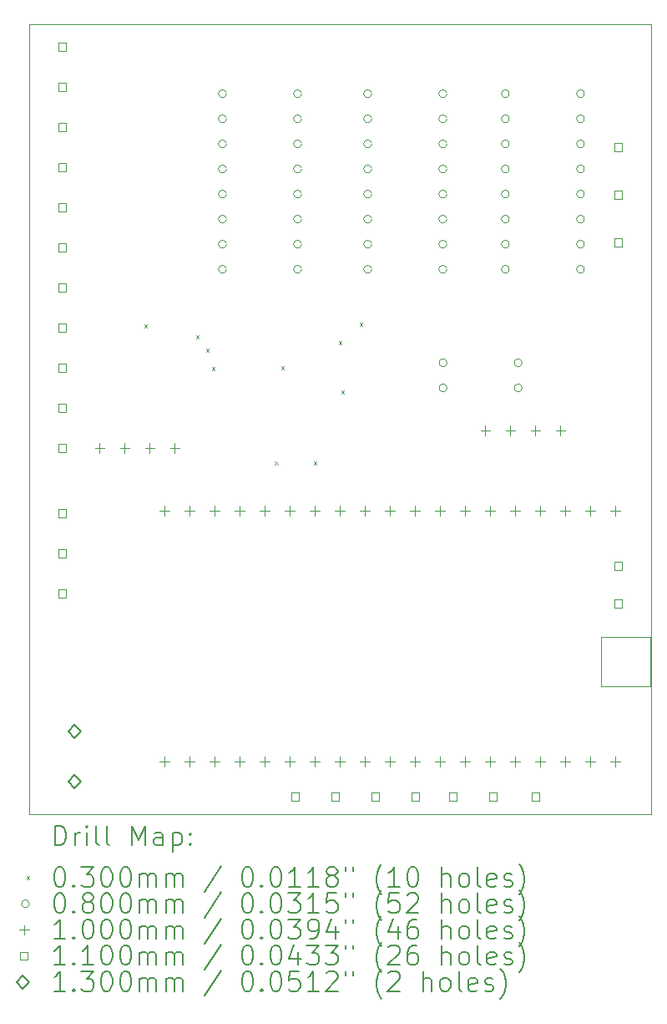
<source format=gbr>
%TF.GenerationSoftware,KiCad,Pcbnew,8.0.9-8.0.9-0~ubuntu22.04.1*%
%TF.CreationDate,2025-03-06T20:20:20+01:00*%
%TF.ProjectId,BrakeOutBoard,4272616b-654f-4757-9442-6f6172642e6b,rev?*%
%TF.SameCoordinates,Original*%
%TF.FileFunction,Drillmap*%
%TF.FilePolarity,Positive*%
%FSLAX45Y45*%
G04 Gerber Fmt 4.5, Leading zero omitted, Abs format (unit mm)*
G04 Created by KiCad (PCBNEW 8.0.9-8.0.9-0~ubuntu22.04.1) date 2025-03-06 20:20:20*
%MOMM*%
%LPD*%
G01*
G04 APERTURE LIST*
%ADD10C,0.050000*%
%ADD11C,0.200000*%
%ADD12C,0.100000*%
%ADD13C,0.110000*%
%ADD14C,0.130000*%
G04 APERTURE END LIST*
D10*
X12401160Y-7460320D02*
X18701160Y-7460320D01*
X18701160Y-15460320D01*
X12401160Y-15460320D01*
X12401160Y-7460320D01*
X18201160Y-13660320D02*
X18696160Y-13660320D01*
X18696160Y-14160320D01*
X18201160Y-14160320D01*
X18201160Y-13660320D01*
D11*
D12*
X13563880Y-10499640D02*
X13593880Y-10529640D01*
X13593880Y-10499640D02*
X13563880Y-10529640D01*
X14088360Y-10608520D02*
X14118360Y-10638520D01*
X14118360Y-10608520D02*
X14088360Y-10638520D01*
X14189960Y-10744720D02*
X14219960Y-10774720D01*
X14219960Y-10744720D02*
X14189960Y-10774720D01*
X14249960Y-10931720D02*
X14279960Y-10961720D01*
X14279960Y-10931720D02*
X14249960Y-10961720D01*
X14886960Y-11887720D02*
X14916960Y-11917720D01*
X14916960Y-11887720D02*
X14886960Y-11917720D01*
X14951960Y-10922520D02*
X14981960Y-10952520D01*
X14981960Y-10922520D02*
X14951960Y-10952520D01*
X15282160Y-11887720D02*
X15312160Y-11917720D01*
X15312160Y-11887720D02*
X15282160Y-11917720D01*
X15536160Y-10668520D02*
X15566160Y-10698520D01*
X15566160Y-10668520D02*
X15536160Y-10698520D01*
X15561560Y-11167800D02*
X15591560Y-11197800D01*
X15591560Y-11167800D02*
X15561560Y-11197800D01*
X15749760Y-10480320D02*
X15779760Y-10510320D01*
X15779760Y-10480320D02*
X15749760Y-10510320D01*
X14397360Y-8160320D02*
G75*
G02*
X14317360Y-8160320I-40000J0D01*
G01*
X14317360Y-8160320D02*
G75*
G02*
X14397360Y-8160320I40000J0D01*
G01*
X14397360Y-8414320D02*
G75*
G02*
X14317360Y-8414320I-40000J0D01*
G01*
X14317360Y-8414320D02*
G75*
G02*
X14397360Y-8414320I40000J0D01*
G01*
X14397360Y-8668320D02*
G75*
G02*
X14317360Y-8668320I-40000J0D01*
G01*
X14317360Y-8668320D02*
G75*
G02*
X14397360Y-8668320I40000J0D01*
G01*
X14397360Y-8922320D02*
G75*
G02*
X14317360Y-8922320I-40000J0D01*
G01*
X14317360Y-8922320D02*
G75*
G02*
X14397360Y-8922320I40000J0D01*
G01*
X14397360Y-9176320D02*
G75*
G02*
X14317360Y-9176320I-40000J0D01*
G01*
X14317360Y-9176320D02*
G75*
G02*
X14397360Y-9176320I40000J0D01*
G01*
X14397360Y-9430320D02*
G75*
G02*
X14317360Y-9430320I-40000J0D01*
G01*
X14317360Y-9430320D02*
G75*
G02*
X14397360Y-9430320I40000J0D01*
G01*
X14397360Y-9684320D02*
G75*
G02*
X14317360Y-9684320I-40000J0D01*
G01*
X14317360Y-9684320D02*
G75*
G02*
X14397360Y-9684320I40000J0D01*
G01*
X14397360Y-9938320D02*
G75*
G02*
X14317360Y-9938320I-40000J0D01*
G01*
X14317360Y-9938320D02*
G75*
G02*
X14397360Y-9938320I40000J0D01*
G01*
X15159360Y-8160320D02*
G75*
G02*
X15079360Y-8160320I-40000J0D01*
G01*
X15079360Y-8160320D02*
G75*
G02*
X15159360Y-8160320I40000J0D01*
G01*
X15159360Y-8414320D02*
G75*
G02*
X15079360Y-8414320I-40000J0D01*
G01*
X15079360Y-8414320D02*
G75*
G02*
X15159360Y-8414320I40000J0D01*
G01*
X15159360Y-8668320D02*
G75*
G02*
X15079360Y-8668320I-40000J0D01*
G01*
X15079360Y-8668320D02*
G75*
G02*
X15159360Y-8668320I40000J0D01*
G01*
X15159360Y-8922320D02*
G75*
G02*
X15079360Y-8922320I-40000J0D01*
G01*
X15079360Y-8922320D02*
G75*
G02*
X15159360Y-8922320I40000J0D01*
G01*
X15159360Y-9176320D02*
G75*
G02*
X15079360Y-9176320I-40000J0D01*
G01*
X15079360Y-9176320D02*
G75*
G02*
X15159360Y-9176320I40000J0D01*
G01*
X15159360Y-9430320D02*
G75*
G02*
X15079360Y-9430320I-40000J0D01*
G01*
X15079360Y-9430320D02*
G75*
G02*
X15159360Y-9430320I40000J0D01*
G01*
X15159360Y-9684320D02*
G75*
G02*
X15079360Y-9684320I-40000J0D01*
G01*
X15079360Y-9684320D02*
G75*
G02*
X15159360Y-9684320I40000J0D01*
G01*
X15159360Y-9938320D02*
G75*
G02*
X15079360Y-9938320I-40000J0D01*
G01*
X15079360Y-9938320D02*
G75*
G02*
X15159360Y-9938320I40000J0D01*
G01*
X15870560Y-8160320D02*
G75*
G02*
X15790560Y-8160320I-40000J0D01*
G01*
X15790560Y-8160320D02*
G75*
G02*
X15870560Y-8160320I40000J0D01*
G01*
X15870560Y-8414320D02*
G75*
G02*
X15790560Y-8414320I-40000J0D01*
G01*
X15790560Y-8414320D02*
G75*
G02*
X15870560Y-8414320I40000J0D01*
G01*
X15870560Y-8668320D02*
G75*
G02*
X15790560Y-8668320I-40000J0D01*
G01*
X15790560Y-8668320D02*
G75*
G02*
X15870560Y-8668320I40000J0D01*
G01*
X15870560Y-8922320D02*
G75*
G02*
X15790560Y-8922320I-40000J0D01*
G01*
X15790560Y-8922320D02*
G75*
G02*
X15870560Y-8922320I40000J0D01*
G01*
X15870560Y-9176320D02*
G75*
G02*
X15790560Y-9176320I-40000J0D01*
G01*
X15790560Y-9176320D02*
G75*
G02*
X15870560Y-9176320I40000J0D01*
G01*
X15870560Y-9430320D02*
G75*
G02*
X15790560Y-9430320I-40000J0D01*
G01*
X15790560Y-9430320D02*
G75*
G02*
X15870560Y-9430320I40000J0D01*
G01*
X15870560Y-9684320D02*
G75*
G02*
X15790560Y-9684320I-40000J0D01*
G01*
X15790560Y-9684320D02*
G75*
G02*
X15870560Y-9684320I40000J0D01*
G01*
X15870560Y-9938320D02*
G75*
G02*
X15790560Y-9938320I-40000J0D01*
G01*
X15790560Y-9938320D02*
G75*
G02*
X15870560Y-9938320I40000J0D01*
G01*
X16632560Y-8160320D02*
G75*
G02*
X16552560Y-8160320I-40000J0D01*
G01*
X16552560Y-8160320D02*
G75*
G02*
X16632560Y-8160320I40000J0D01*
G01*
X16632560Y-8414320D02*
G75*
G02*
X16552560Y-8414320I-40000J0D01*
G01*
X16552560Y-8414320D02*
G75*
G02*
X16632560Y-8414320I40000J0D01*
G01*
X16632560Y-8668320D02*
G75*
G02*
X16552560Y-8668320I-40000J0D01*
G01*
X16552560Y-8668320D02*
G75*
G02*
X16632560Y-8668320I40000J0D01*
G01*
X16632560Y-8922320D02*
G75*
G02*
X16552560Y-8922320I-40000J0D01*
G01*
X16552560Y-8922320D02*
G75*
G02*
X16632560Y-8922320I40000J0D01*
G01*
X16632560Y-9176320D02*
G75*
G02*
X16552560Y-9176320I-40000J0D01*
G01*
X16552560Y-9176320D02*
G75*
G02*
X16632560Y-9176320I40000J0D01*
G01*
X16632560Y-9430320D02*
G75*
G02*
X16552560Y-9430320I-40000J0D01*
G01*
X16552560Y-9430320D02*
G75*
G02*
X16632560Y-9430320I40000J0D01*
G01*
X16632560Y-9684320D02*
G75*
G02*
X16552560Y-9684320I-40000J0D01*
G01*
X16552560Y-9684320D02*
G75*
G02*
X16632560Y-9684320I40000J0D01*
G01*
X16632560Y-9938320D02*
G75*
G02*
X16552560Y-9938320I-40000J0D01*
G01*
X16552560Y-9938320D02*
G75*
G02*
X16632560Y-9938320I40000J0D01*
G01*
X16633560Y-10886220D02*
G75*
G02*
X16553560Y-10886220I-40000J0D01*
G01*
X16553560Y-10886220D02*
G75*
G02*
X16633560Y-10886220I40000J0D01*
G01*
X16633560Y-11140220D02*
G75*
G02*
X16553560Y-11140220I-40000J0D01*
G01*
X16553560Y-11140220D02*
G75*
G02*
X16633560Y-11140220I40000J0D01*
G01*
X17267310Y-8160320D02*
G75*
G02*
X17187310Y-8160320I-40000J0D01*
G01*
X17187310Y-8160320D02*
G75*
G02*
X17267310Y-8160320I40000J0D01*
G01*
X17267310Y-8414320D02*
G75*
G02*
X17187310Y-8414320I-40000J0D01*
G01*
X17187310Y-8414320D02*
G75*
G02*
X17267310Y-8414320I40000J0D01*
G01*
X17267310Y-8668320D02*
G75*
G02*
X17187310Y-8668320I-40000J0D01*
G01*
X17187310Y-8668320D02*
G75*
G02*
X17267310Y-8668320I40000J0D01*
G01*
X17267310Y-8922320D02*
G75*
G02*
X17187310Y-8922320I-40000J0D01*
G01*
X17187310Y-8922320D02*
G75*
G02*
X17267310Y-8922320I40000J0D01*
G01*
X17267310Y-9176320D02*
G75*
G02*
X17187310Y-9176320I-40000J0D01*
G01*
X17187310Y-9176320D02*
G75*
G02*
X17267310Y-9176320I40000J0D01*
G01*
X17267310Y-9430320D02*
G75*
G02*
X17187310Y-9430320I-40000J0D01*
G01*
X17187310Y-9430320D02*
G75*
G02*
X17267310Y-9430320I40000J0D01*
G01*
X17267310Y-9684320D02*
G75*
G02*
X17187310Y-9684320I-40000J0D01*
G01*
X17187310Y-9684320D02*
G75*
G02*
X17267310Y-9684320I40000J0D01*
G01*
X17267310Y-9938320D02*
G75*
G02*
X17187310Y-9938320I-40000J0D01*
G01*
X17187310Y-9938320D02*
G75*
G02*
X17267310Y-9938320I40000J0D01*
G01*
X17395560Y-10886220D02*
G75*
G02*
X17315560Y-10886220I-40000J0D01*
G01*
X17315560Y-10886220D02*
G75*
G02*
X17395560Y-10886220I40000J0D01*
G01*
X17395560Y-11140220D02*
G75*
G02*
X17315560Y-11140220I-40000J0D01*
G01*
X17315560Y-11140220D02*
G75*
G02*
X17395560Y-11140220I40000J0D01*
G01*
X18029310Y-8160320D02*
G75*
G02*
X17949310Y-8160320I-40000J0D01*
G01*
X17949310Y-8160320D02*
G75*
G02*
X18029310Y-8160320I40000J0D01*
G01*
X18029310Y-8414320D02*
G75*
G02*
X17949310Y-8414320I-40000J0D01*
G01*
X17949310Y-8414320D02*
G75*
G02*
X18029310Y-8414320I40000J0D01*
G01*
X18029310Y-8668320D02*
G75*
G02*
X17949310Y-8668320I-40000J0D01*
G01*
X17949310Y-8668320D02*
G75*
G02*
X18029310Y-8668320I40000J0D01*
G01*
X18029310Y-8922320D02*
G75*
G02*
X17949310Y-8922320I-40000J0D01*
G01*
X17949310Y-8922320D02*
G75*
G02*
X18029310Y-8922320I40000J0D01*
G01*
X18029310Y-9176320D02*
G75*
G02*
X17949310Y-9176320I-40000J0D01*
G01*
X17949310Y-9176320D02*
G75*
G02*
X18029310Y-9176320I40000J0D01*
G01*
X18029310Y-9430320D02*
G75*
G02*
X17949310Y-9430320I-40000J0D01*
G01*
X17949310Y-9430320D02*
G75*
G02*
X18029310Y-9430320I40000J0D01*
G01*
X18029310Y-9684320D02*
G75*
G02*
X17949310Y-9684320I-40000J0D01*
G01*
X17949310Y-9684320D02*
G75*
G02*
X18029310Y-9684320I40000J0D01*
G01*
X18029310Y-9938320D02*
G75*
G02*
X17949310Y-9938320I-40000J0D01*
G01*
X17949310Y-9938320D02*
G75*
G02*
X18029310Y-9938320I40000J0D01*
G01*
X13112760Y-11700320D02*
X13112760Y-11800320D01*
X13062760Y-11750320D02*
X13162760Y-11750320D01*
X13366760Y-11700320D02*
X13366760Y-11800320D01*
X13316760Y-11750320D02*
X13416760Y-11750320D01*
X13620760Y-11700320D02*
X13620760Y-11800320D01*
X13570760Y-11750320D02*
X13670760Y-11750320D01*
X13769180Y-12332780D02*
X13769180Y-12432780D01*
X13719180Y-12382780D02*
X13819180Y-12382780D01*
X13769180Y-14872780D02*
X13769180Y-14972780D01*
X13719180Y-14922780D02*
X13819180Y-14922780D01*
X13874760Y-11700320D02*
X13874760Y-11800320D01*
X13824760Y-11750320D02*
X13924760Y-11750320D01*
X14023180Y-12332780D02*
X14023180Y-12432780D01*
X13973180Y-12382780D02*
X14073180Y-12382780D01*
X14023180Y-14872780D02*
X14023180Y-14972780D01*
X13973180Y-14922780D02*
X14073180Y-14922780D01*
X14277180Y-12332780D02*
X14277180Y-12432780D01*
X14227180Y-12382780D02*
X14327180Y-12382780D01*
X14277180Y-14872780D02*
X14277180Y-14972780D01*
X14227180Y-14922780D02*
X14327180Y-14922780D01*
X14531180Y-12332780D02*
X14531180Y-12432780D01*
X14481180Y-12382780D02*
X14581180Y-12382780D01*
X14531180Y-14872780D02*
X14531180Y-14972780D01*
X14481180Y-14922780D02*
X14581180Y-14922780D01*
X14785180Y-12332780D02*
X14785180Y-12432780D01*
X14735180Y-12382780D02*
X14835180Y-12382780D01*
X14785180Y-14872780D02*
X14785180Y-14972780D01*
X14735180Y-14922780D02*
X14835180Y-14922780D01*
X15039180Y-12332780D02*
X15039180Y-12432780D01*
X14989180Y-12382780D02*
X15089180Y-12382780D01*
X15039180Y-14872780D02*
X15039180Y-14972780D01*
X14989180Y-14922780D02*
X15089180Y-14922780D01*
X15293180Y-12332780D02*
X15293180Y-12432780D01*
X15243180Y-12382780D02*
X15343180Y-12382780D01*
X15293180Y-14872780D02*
X15293180Y-14972780D01*
X15243180Y-14922780D02*
X15343180Y-14922780D01*
X15547180Y-12332780D02*
X15547180Y-12432780D01*
X15497180Y-12382780D02*
X15597180Y-12382780D01*
X15547180Y-14872780D02*
X15547180Y-14972780D01*
X15497180Y-14922780D02*
X15597180Y-14922780D01*
X15801180Y-12332780D02*
X15801180Y-12432780D01*
X15751180Y-12382780D02*
X15851180Y-12382780D01*
X15801180Y-14872780D02*
X15801180Y-14972780D01*
X15751180Y-14922780D02*
X15851180Y-14922780D01*
X16055180Y-12332780D02*
X16055180Y-12432780D01*
X16005180Y-12382780D02*
X16105180Y-12382780D01*
X16055180Y-14872780D02*
X16055180Y-14972780D01*
X16005180Y-14922780D02*
X16105180Y-14922780D01*
X16309180Y-12332780D02*
X16309180Y-12432780D01*
X16259180Y-12382780D02*
X16359180Y-12382780D01*
X16309180Y-14872780D02*
X16309180Y-14972780D01*
X16259180Y-14922780D02*
X16359180Y-14922780D01*
X16563180Y-12332780D02*
X16563180Y-12432780D01*
X16513180Y-12382780D02*
X16613180Y-12382780D01*
X16563180Y-14872780D02*
X16563180Y-14972780D01*
X16513180Y-14922780D02*
X16613180Y-14922780D01*
X16817180Y-12332780D02*
X16817180Y-12432780D01*
X16767180Y-12382780D02*
X16867180Y-12382780D01*
X16817180Y-14872780D02*
X16817180Y-14972780D01*
X16767180Y-14922780D02*
X16867180Y-14922780D01*
X17024360Y-11522520D02*
X17024360Y-11622520D01*
X16974360Y-11572520D02*
X17074360Y-11572520D01*
X17071180Y-12332780D02*
X17071180Y-12432780D01*
X17021180Y-12382780D02*
X17121180Y-12382780D01*
X17071180Y-14872780D02*
X17071180Y-14972780D01*
X17021180Y-14922780D02*
X17121180Y-14922780D01*
X17278360Y-11522520D02*
X17278360Y-11622520D01*
X17228360Y-11572520D02*
X17328360Y-11572520D01*
X17325180Y-12332780D02*
X17325180Y-12432780D01*
X17275180Y-12382780D02*
X17375180Y-12382780D01*
X17325180Y-14872780D02*
X17325180Y-14972780D01*
X17275180Y-14922780D02*
X17375180Y-14922780D01*
X17532360Y-11522520D02*
X17532360Y-11622520D01*
X17482360Y-11572520D02*
X17582360Y-11572520D01*
X17579180Y-12332780D02*
X17579180Y-12432780D01*
X17529180Y-12382780D02*
X17629180Y-12382780D01*
X17579180Y-14872780D02*
X17579180Y-14972780D01*
X17529180Y-14922780D02*
X17629180Y-14922780D01*
X17786360Y-11522520D02*
X17786360Y-11622520D01*
X17736360Y-11572520D02*
X17836360Y-11572520D01*
X17833180Y-12332780D02*
X17833180Y-12432780D01*
X17783180Y-12382780D02*
X17883180Y-12382780D01*
X17833180Y-14872780D02*
X17833180Y-14972780D01*
X17783180Y-14922780D02*
X17883180Y-14922780D01*
X18087180Y-12332780D02*
X18087180Y-12432780D01*
X18037180Y-12382780D02*
X18137180Y-12382780D01*
X18087180Y-14872780D02*
X18087180Y-14972780D01*
X18037180Y-14922780D02*
X18137180Y-14922780D01*
X18341180Y-12332780D02*
X18341180Y-12432780D01*
X18291180Y-12382780D02*
X18391180Y-12382780D01*
X18341180Y-14872780D02*
X18341180Y-14972780D01*
X18291180Y-14922780D02*
X18391180Y-14922780D01*
D13*
X12770651Y-7725211D02*
X12770651Y-7647429D01*
X12692869Y-7647429D01*
X12692869Y-7725211D01*
X12770651Y-7725211D01*
X12770651Y-8131611D02*
X12770651Y-8053829D01*
X12692869Y-8053829D01*
X12692869Y-8131611D01*
X12770651Y-8131611D01*
X12770651Y-8538011D02*
X12770651Y-8460229D01*
X12692869Y-8460229D01*
X12692869Y-8538011D01*
X12770651Y-8538011D01*
X12770651Y-8944411D02*
X12770651Y-8866629D01*
X12692869Y-8866629D01*
X12692869Y-8944411D01*
X12770651Y-8944411D01*
X12770651Y-9350811D02*
X12770651Y-9273029D01*
X12692869Y-9273029D01*
X12692869Y-9350811D01*
X12770651Y-9350811D01*
X12770651Y-9757211D02*
X12770651Y-9679429D01*
X12692869Y-9679429D01*
X12692869Y-9757211D01*
X12770651Y-9757211D01*
X12770651Y-10163611D02*
X12770651Y-10085829D01*
X12692869Y-10085829D01*
X12692869Y-10163611D01*
X12770651Y-10163611D01*
X12770651Y-10570011D02*
X12770651Y-10492229D01*
X12692869Y-10492229D01*
X12692869Y-10570011D01*
X12770651Y-10570011D01*
X12770651Y-10976411D02*
X12770651Y-10898629D01*
X12692869Y-10898629D01*
X12692869Y-10976411D01*
X12770651Y-10976411D01*
X12770651Y-11382811D02*
X12770651Y-11305029D01*
X12692869Y-11305029D01*
X12692869Y-11382811D01*
X12770651Y-11382811D01*
X12770651Y-11789211D02*
X12770651Y-11711429D01*
X12692869Y-11711429D01*
X12692869Y-11789211D01*
X12770651Y-11789211D01*
X12770651Y-12449611D02*
X12770651Y-12371829D01*
X12692869Y-12371829D01*
X12692869Y-12449611D01*
X12770651Y-12449611D01*
X12770651Y-12856011D02*
X12770651Y-12778229D01*
X12692869Y-12778229D01*
X12692869Y-12856011D01*
X12770651Y-12856011D01*
X12770651Y-13262411D02*
X12770651Y-13184629D01*
X12692869Y-13184629D01*
X12692869Y-13262411D01*
X12770651Y-13262411D01*
X15132851Y-15319811D02*
X15132851Y-15242029D01*
X15055069Y-15242029D01*
X15055069Y-15319811D01*
X15132851Y-15319811D01*
X15539251Y-15319811D02*
X15539251Y-15242029D01*
X15461469Y-15242029D01*
X15461469Y-15319811D01*
X15539251Y-15319811D01*
X15945651Y-15319811D02*
X15945651Y-15242029D01*
X15867869Y-15242029D01*
X15867869Y-15319811D01*
X15945651Y-15319811D01*
X16352051Y-15319811D02*
X16352051Y-15242029D01*
X16274269Y-15242029D01*
X16274269Y-15319811D01*
X16352051Y-15319811D01*
X16733051Y-15319811D02*
X16733051Y-15242029D01*
X16655269Y-15242029D01*
X16655269Y-15319811D01*
X16733051Y-15319811D01*
X17139451Y-15319811D02*
X17139451Y-15242029D01*
X17061669Y-15242029D01*
X17061669Y-15319811D01*
X17139451Y-15319811D01*
X17571251Y-15319811D02*
X17571251Y-15242029D01*
X17493469Y-15242029D01*
X17493469Y-15319811D01*
X17571251Y-15319811D01*
X18409451Y-8741211D02*
X18409451Y-8663429D01*
X18331669Y-8663429D01*
X18331669Y-8741211D01*
X18409451Y-8741211D01*
X18409451Y-9223811D02*
X18409451Y-9146029D01*
X18331669Y-9146029D01*
X18331669Y-9223811D01*
X18409451Y-9223811D01*
X18409451Y-9706411D02*
X18409451Y-9628629D01*
X18331669Y-9628629D01*
X18331669Y-9706411D01*
X18409451Y-9706411D01*
X18409451Y-12983011D02*
X18409451Y-12905229D01*
X18331669Y-12905229D01*
X18331669Y-12983011D01*
X18409451Y-12983011D01*
X18409451Y-13364011D02*
X18409451Y-13286229D01*
X18331669Y-13286229D01*
X18331669Y-13364011D01*
X18409451Y-13364011D01*
D14*
X12856260Y-14685970D02*
X12921260Y-14620970D01*
X12856260Y-14555970D01*
X12791260Y-14620970D01*
X12856260Y-14685970D01*
X12856260Y-15193970D02*
X12921260Y-15128970D01*
X12856260Y-15063970D01*
X12791260Y-15128970D01*
X12856260Y-15193970D01*
D11*
X12659437Y-15774304D02*
X12659437Y-15574304D01*
X12659437Y-15574304D02*
X12707056Y-15574304D01*
X12707056Y-15574304D02*
X12735627Y-15583828D01*
X12735627Y-15583828D02*
X12754675Y-15602875D01*
X12754675Y-15602875D02*
X12764199Y-15621923D01*
X12764199Y-15621923D02*
X12773722Y-15660018D01*
X12773722Y-15660018D02*
X12773722Y-15688589D01*
X12773722Y-15688589D02*
X12764199Y-15726685D01*
X12764199Y-15726685D02*
X12754675Y-15745732D01*
X12754675Y-15745732D02*
X12735627Y-15764780D01*
X12735627Y-15764780D02*
X12707056Y-15774304D01*
X12707056Y-15774304D02*
X12659437Y-15774304D01*
X12859437Y-15774304D02*
X12859437Y-15640970D01*
X12859437Y-15679066D02*
X12868961Y-15660018D01*
X12868961Y-15660018D02*
X12878484Y-15650494D01*
X12878484Y-15650494D02*
X12897532Y-15640970D01*
X12897532Y-15640970D02*
X12916580Y-15640970D01*
X12983246Y-15774304D02*
X12983246Y-15640970D01*
X12983246Y-15574304D02*
X12973722Y-15583828D01*
X12973722Y-15583828D02*
X12983246Y-15593351D01*
X12983246Y-15593351D02*
X12992770Y-15583828D01*
X12992770Y-15583828D02*
X12983246Y-15574304D01*
X12983246Y-15574304D02*
X12983246Y-15593351D01*
X13107056Y-15774304D02*
X13088008Y-15764780D01*
X13088008Y-15764780D02*
X13078484Y-15745732D01*
X13078484Y-15745732D02*
X13078484Y-15574304D01*
X13211818Y-15774304D02*
X13192770Y-15764780D01*
X13192770Y-15764780D02*
X13183246Y-15745732D01*
X13183246Y-15745732D02*
X13183246Y-15574304D01*
X13440389Y-15774304D02*
X13440389Y-15574304D01*
X13440389Y-15574304D02*
X13507056Y-15717161D01*
X13507056Y-15717161D02*
X13573722Y-15574304D01*
X13573722Y-15574304D02*
X13573722Y-15774304D01*
X13754675Y-15774304D02*
X13754675Y-15669542D01*
X13754675Y-15669542D02*
X13745151Y-15650494D01*
X13745151Y-15650494D02*
X13726103Y-15640970D01*
X13726103Y-15640970D02*
X13688008Y-15640970D01*
X13688008Y-15640970D02*
X13668961Y-15650494D01*
X13754675Y-15764780D02*
X13735627Y-15774304D01*
X13735627Y-15774304D02*
X13688008Y-15774304D01*
X13688008Y-15774304D02*
X13668961Y-15764780D01*
X13668961Y-15764780D02*
X13659437Y-15745732D01*
X13659437Y-15745732D02*
X13659437Y-15726685D01*
X13659437Y-15726685D02*
X13668961Y-15707637D01*
X13668961Y-15707637D02*
X13688008Y-15698113D01*
X13688008Y-15698113D02*
X13735627Y-15698113D01*
X13735627Y-15698113D02*
X13754675Y-15688589D01*
X13849913Y-15640970D02*
X13849913Y-15840970D01*
X13849913Y-15650494D02*
X13868961Y-15640970D01*
X13868961Y-15640970D02*
X13907056Y-15640970D01*
X13907056Y-15640970D02*
X13926103Y-15650494D01*
X13926103Y-15650494D02*
X13935627Y-15660018D01*
X13935627Y-15660018D02*
X13945151Y-15679066D01*
X13945151Y-15679066D02*
X13945151Y-15736208D01*
X13945151Y-15736208D02*
X13935627Y-15755256D01*
X13935627Y-15755256D02*
X13926103Y-15764780D01*
X13926103Y-15764780D02*
X13907056Y-15774304D01*
X13907056Y-15774304D02*
X13868961Y-15774304D01*
X13868961Y-15774304D02*
X13849913Y-15764780D01*
X14030865Y-15755256D02*
X14040389Y-15764780D01*
X14040389Y-15764780D02*
X14030865Y-15774304D01*
X14030865Y-15774304D02*
X14021342Y-15764780D01*
X14021342Y-15764780D02*
X14030865Y-15755256D01*
X14030865Y-15755256D02*
X14030865Y-15774304D01*
X14030865Y-15650494D02*
X14040389Y-15660018D01*
X14040389Y-15660018D02*
X14030865Y-15669542D01*
X14030865Y-15669542D02*
X14021342Y-15660018D01*
X14021342Y-15660018D02*
X14030865Y-15650494D01*
X14030865Y-15650494D02*
X14030865Y-15669542D01*
D12*
X12368660Y-16087820D02*
X12398660Y-16117820D01*
X12398660Y-16087820D02*
X12368660Y-16117820D01*
D11*
X12697532Y-15994304D02*
X12716580Y-15994304D01*
X12716580Y-15994304D02*
X12735627Y-16003828D01*
X12735627Y-16003828D02*
X12745151Y-16013351D01*
X12745151Y-16013351D02*
X12754675Y-16032399D01*
X12754675Y-16032399D02*
X12764199Y-16070494D01*
X12764199Y-16070494D02*
X12764199Y-16118113D01*
X12764199Y-16118113D02*
X12754675Y-16156208D01*
X12754675Y-16156208D02*
X12745151Y-16175256D01*
X12745151Y-16175256D02*
X12735627Y-16184780D01*
X12735627Y-16184780D02*
X12716580Y-16194304D01*
X12716580Y-16194304D02*
X12697532Y-16194304D01*
X12697532Y-16194304D02*
X12678484Y-16184780D01*
X12678484Y-16184780D02*
X12668961Y-16175256D01*
X12668961Y-16175256D02*
X12659437Y-16156208D01*
X12659437Y-16156208D02*
X12649913Y-16118113D01*
X12649913Y-16118113D02*
X12649913Y-16070494D01*
X12649913Y-16070494D02*
X12659437Y-16032399D01*
X12659437Y-16032399D02*
X12668961Y-16013351D01*
X12668961Y-16013351D02*
X12678484Y-16003828D01*
X12678484Y-16003828D02*
X12697532Y-15994304D01*
X12849913Y-16175256D02*
X12859437Y-16184780D01*
X12859437Y-16184780D02*
X12849913Y-16194304D01*
X12849913Y-16194304D02*
X12840389Y-16184780D01*
X12840389Y-16184780D02*
X12849913Y-16175256D01*
X12849913Y-16175256D02*
X12849913Y-16194304D01*
X12926103Y-15994304D02*
X13049913Y-15994304D01*
X13049913Y-15994304D02*
X12983246Y-16070494D01*
X12983246Y-16070494D02*
X13011818Y-16070494D01*
X13011818Y-16070494D02*
X13030865Y-16080018D01*
X13030865Y-16080018D02*
X13040389Y-16089542D01*
X13040389Y-16089542D02*
X13049913Y-16108589D01*
X13049913Y-16108589D02*
X13049913Y-16156208D01*
X13049913Y-16156208D02*
X13040389Y-16175256D01*
X13040389Y-16175256D02*
X13030865Y-16184780D01*
X13030865Y-16184780D02*
X13011818Y-16194304D01*
X13011818Y-16194304D02*
X12954675Y-16194304D01*
X12954675Y-16194304D02*
X12935627Y-16184780D01*
X12935627Y-16184780D02*
X12926103Y-16175256D01*
X13173722Y-15994304D02*
X13192770Y-15994304D01*
X13192770Y-15994304D02*
X13211818Y-16003828D01*
X13211818Y-16003828D02*
X13221342Y-16013351D01*
X13221342Y-16013351D02*
X13230865Y-16032399D01*
X13230865Y-16032399D02*
X13240389Y-16070494D01*
X13240389Y-16070494D02*
X13240389Y-16118113D01*
X13240389Y-16118113D02*
X13230865Y-16156208D01*
X13230865Y-16156208D02*
X13221342Y-16175256D01*
X13221342Y-16175256D02*
X13211818Y-16184780D01*
X13211818Y-16184780D02*
X13192770Y-16194304D01*
X13192770Y-16194304D02*
X13173722Y-16194304D01*
X13173722Y-16194304D02*
X13154675Y-16184780D01*
X13154675Y-16184780D02*
X13145151Y-16175256D01*
X13145151Y-16175256D02*
X13135627Y-16156208D01*
X13135627Y-16156208D02*
X13126103Y-16118113D01*
X13126103Y-16118113D02*
X13126103Y-16070494D01*
X13126103Y-16070494D02*
X13135627Y-16032399D01*
X13135627Y-16032399D02*
X13145151Y-16013351D01*
X13145151Y-16013351D02*
X13154675Y-16003828D01*
X13154675Y-16003828D02*
X13173722Y-15994304D01*
X13364199Y-15994304D02*
X13383246Y-15994304D01*
X13383246Y-15994304D02*
X13402294Y-16003828D01*
X13402294Y-16003828D02*
X13411818Y-16013351D01*
X13411818Y-16013351D02*
X13421342Y-16032399D01*
X13421342Y-16032399D02*
X13430865Y-16070494D01*
X13430865Y-16070494D02*
X13430865Y-16118113D01*
X13430865Y-16118113D02*
X13421342Y-16156208D01*
X13421342Y-16156208D02*
X13411818Y-16175256D01*
X13411818Y-16175256D02*
X13402294Y-16184780D01*
X13402294Y-16184780D02*
X13383246Y-16194304D01*
X13383246Y-16194304D02*
X13364199Y-16194304D01*
X13364199Y-16194304D02*
X13345151Y-16184780D01*
X13345151Y-16184780D02*
X13335627Y-16175256D01*
X13335627Y-16175256D02*
X13326103Y-16156208D01*
X13326103Y-16156208D02*
X13316580Y-16118113D01*
X13316580Y-16118113D02*
X13316580Y-16070494D01*
X13316580Y-16070494D02*
X13326103Y-16032399D01*
X13326103Y-16032399D02*
X13335627Y-16013351D01*
X13335627Y-16013351D02*
X13345151Y-16003828D01*
X13345151Y-16003828D02*
X13364199Y-15994304D01*
X13516580Y-16194304D02*
X13516580Y-16060970D01*
X13516580Y-16080018D02*
X13526103Y-16070494D01*
X13526103Y-16070494D02*
X13545151Y-16060970D01*
X13545151Y-16060970D02*
X13573723Y-16060970D01*
X13573723Y-16060970D02*
X13592770Y-16070494D01*
X13592770Y-16070494D02*
X13602294Y-16089542D01*
X13602294Y-16089542D02*
X13602294Y-16194304D01*
X13602294Y-16089542D02*
X13611818Y-16070494D01*
X13611818Y-16070494D02*
X13630865Y-16060970D01*
X13630865Y-16060970D02*
X13659437Y-16060970D01*
X13659437Y-16060970D02*
X13678484Y-16070494D01*
X13678484Y-16070494D02*
X13688008Y-16089542D01*
X13688008Y-16089542D02*
X13688008Y-16194304D01*
X13783246Y-16194304D02*
X13783246Y-16060970D01*
X13783246Y-16080018D02*
X13792770Y-16070494D01*
X13792770Y-16070494D02*
X13811818Y-16060970D01*
X13811818Y-16060970D02*
X13840389Y-16060970D01*
X13840389Y-16060970D02*
X13859437Y-16070494D01*
X13859437Y-16070494D02*
X13868961Y-16089542D01*
X13868961Y-16089542D02*
X13868961Y-16194304D01*
X13868961Y-16089542D02*
X13878484Y-16070494D01*
X13878484Y-16070494D02*
X13897532Y-16060970D01*
X13897532Y-16060970D02*
X13926103Y-16060970D01*
X13926103Y-16060970D02*
X13945151Y-16070494D01*
X13945151Y-16070494D02*
X13954675Y-16089542D01*
X13954675Y-16089542D02*
X13954675Y-16194304D01*
X14345151Y-15984780D02*
X14173723Y-16241923D01*
X14602294Y-15994304D02*
X14621342Y-15994304D01*
X14621342Y-15994304D02*
X14640389Y-16003828D01*
X14640389Y-16003828D02*
X14649913Y-16013351D01*
X14649913Y-16013351D02*
X14659437Y-16032399D01*
X14659437Y-16032399D02*
X14668961Y-16070494D01*
X14668961Y-16070494D02*
X14668961Y-16118113D01*
X14668961Y-16118113D02*
X14659437Y-16156208D01*
X14659437Y-16156208D02*
X14649913Y-16175256D01*
X14649913Y-16175256D02*
X14640389Y-16184780D01*
X14640389Y-16184780D02*
X14621342Y-16194304D01*
X14621342Y-16194304D02*
X14602294Y-16194304D01*
X14602294Y-16194304D02*
X14583246Y-16184780D01*
X14583246Y-16184780D02*
X14573723Y-16175256D01*
X14573723Y-16175256D02*
X14564199Y-16156208D01*
X14564199Y-16156208D02*
X14554675Y-16118113D01*
X14554675Y-16118113D02*
X14554675Y-16070494D01*
X14554675Y-16070494D02*
X14564199Y-16032399D01*
X14564199Y-16032399D02*
X14573723Y-16013351D01*
X14573723Y-16013351D02*
X14583246Y-16003828D01*
X14583246Y-16003828D02*
X14602294Y-15994304D01*
X14754675Y-16175256D02*
X14764199Y-16184780D01*
X14764199Y-16184780D02*
X14754675Y-16194304D01*
X14754675Y-16194304D02*
X14745151Y-16184780D01*
X14745151Y-16184780D02*
X14754675Y-16175256D01*
X14754675Y-16175256D02*
X14754675Y-16194304D01*
X14888008Y-15994304D02*
X14907056Y-15994304D01*
X14907056Y-15994304D02*
X14926104Y-16003828D01*
X14926104Y-16003828D02*
X14935627Y-16013351D01*
X14935627Y-16013351D02*
X14945151Y-16032399D01*
X14945151Y-16032399D02*
X14954675Y-16070494D01*
X14954675Y-16070494D02*
X14954675Y-16118113D01*
X14954675Y-16118113D02*
X14945151Y-16156208D01*
X14945151Y-16156208D02*
X14935627Y-16175256D01*
X14935627Y-16175256D02*
X14926104Y-16184780D01*
X14926104Y-16184780D02*
X14907056Y-16194304D01*
X14907056Y-16194304D02*
X14888008Y-16194304D01*
X14888008Y-16194304D02*
X14868961Y-16184780D01*
X14868961Y-16184780D02*
X14859437Y-16175256D01*
X14859437Y-16175256D02*
X14849913Y-16156208D01*
X14849913Y-16156208D02*
X14840389Y-16118113D01*
X14840389Y-16118113D02*
X14840389Y-16070494D01*
X14840389Y-16070494D02*
X14849913Y-16032399D01*
X14849913Y-16032399D02*
X14859437Y-16013351D01*
X14859437Y-16013351D02*
X14868961Y-16003828D01*
X14868961Y-16003828D02*
X14888008Y-15994304D01*
X15145151Y-16194304D02*
X15030866Y-16194304D01*
X15088008Y-16194304D02*
X15088008Y-15994304D01*
X15088008Y-15994304D02*
X15068961Y-16022875D01*
X15068961Y-16022875D02*
X15049913Y-16041923D01*
X15049913Y-16041923D02*
X15030866Y-16051447D01*
X15335627Y-16194304D02*
X15221342Y-16194304D01*
X15278485Y-16194304D02*
X15278485Y-15994304D01*
X15278485Y-15994304D02*
X15259437Y-16022875D01*
X15259437Y-16022875D02*
X15240389Y-16041923D01*
X15240389Y-16041923D02*
X15221342Y-16051447D01*
X15449913Y-16080018D02*
X15430866Y-16070494D01*
X15430866Y-16070494D02*
X15421342Y-16060970D01*
X15421342Y-16060970D02*
X15411818Y-16041923D01*
X15411818Y-16041923D02*
X15411818Y-16032399D01*
X15411818Y-16032399D02*
X15421342Y-16013351D01*
X15421342Y-16013351D02*
X15430866Y-16003828D01*
X15430866Y-16003828D02*
X15449913Y-15994304D01*
X15449913Y-15994304D02*
X15488008Y-15994304D01*
X15488008Y-15994304D02*
X15507056Y-16003828D01*
X15507056Y-16003828D02*
X15516580Y-16013351D01*
X15516580Y-16013351D02*
X15526104Y-16032399D01*
X15526104Y-16032399D02*
X15526104Y-16041923D01*
X15526104Y-16041923D02*
X15516580Y-16060970D01*
X15516580Y-16060970D02*
X15507056Y-16070494D01*
X15507056Y-16070494D02*
X15488008Y-16080018D01*
X15488008Y-16080018D02*
X15449913Y-16080018D01*
X15449913Y-16080018D02*
X15430866Y-16089542D01*
X15430866Y-16089542D02*
X15421342Y-16099066D01*
X15421342Y-16099066D02*
X15411818Y-16118113D01*
X15411818Y-16118113D02*
X15411818Y-16156208D01*
X15411818Y-16156208D02*
X15421342Y-16175256D01*
X15421342Y-16175256D02*
X15430866Y-16184780D01*
X15430866Y-16184780D02*
X15449913Y-16194304D01*
X15449913Y-16194304D02*
X15488008Y-16194304D01*
X15488008Y-16194304D02*
X15507056Y-16184780D01*
X15507056Y-16184780D02*
X15516580Y-16175256D01*
X15516580Y-16175256D02*
X15526104Y-16156208D01*
X15526104Y-16156208D02*
X15526104Y-16118113D01*
X15526104Y-16118113D02*
X15516580Y-16099066D01*
X15516580Y-16099066D02*
X15507056Y-16089542D01*
X15507056Y-16089542D02*
X15488008Y-16080018D01*
X15602294Y-15994304D02*
X15602294Y-16032399D01*
X15678485Y-15994304D02*
X15678485Y-16032399D01*
X15973723Y-16270494D02*
X15964199Y-16260970D01*
X15964199Y-16260970D02*
X15945151Y-16232399D01*
X15945151Y-16232399D02*
X15935628Y-16213351D01*
X15935628Y-16213351D02*
X15926104Y-16184780D01*
X15926104Y-16184780D02*
X15916580Y-16137161D01*
X15916580Y-16137161D02*
X15916580Y-16099066D01*
X15916580Y-16099066D02*
X15926104Y-16051447D01*
X15926104Y-16051447D02*
X15935628Y-16022875D01*
X15935628Y-16022875D02*
X15945151Y-16003828D01*
X15945151Y-16003828D02*
X15964199Y-15975256D01*
X15964199Y-15975256D02*
X15973723Y-15965732D01*
X16154675Y-16194304D02*
X16040389Y-16194304D01*
X16097532Y-16194304D02*
X16097532Y-15994304D01*
X16097532Y-15994304D02*
X16078485Y-16022875D01*
X16078485Y-16022875D02*
X16059437Y-16041923D01*
X16059437Y-16041923D02*
X16040389Y-16051447D01*
X16278485Y-15994304D02*
X16297532Y-15994304D01*
X16297532Y-15994304D02*
X16316580Y-16003828D01*
X16316580Y-16003828D02*
X16326104Y-16013351D01*
X16326104Y-16013351D02*
X16335628Y-16032399D01*
X16335628Y-16032399D02*
X16345151Y-16070494D01*
X16345151Y-16070494D02*
X16345151Y-16118113D01*
X16345151Y-16118113D02*
X16335628Y-16156208D01*
X16335628Y-16156208D02*
X16326104Y-16175256D01*
X16326104Y-16175256D02*
X16316580Y-16184780D01*
X16316580Y-16184780D02*
X16297532Y-16194304D01*
X16297532Y-16194304D02*
X16278485Y-16194304D01*
X16278485Y-16194304D02*
X16259437Y-16184780D01*
X16259437Y-16184780D02*
X16249913Y-16175256D01*
X16249913Y-16175256D02*
X16240389Y-16156208D01*
X16240389Y-16156208D02*
X16230866Y-16118113D01*
X16230866Y-16118113D02*
X16230866Y-16070494D01*
X16230866Y-16070494D02*
X16240389Y-16032399D01*
X16240389Y-16032399D02*
X16249913Y-16013351D01*
X16249913Y-16013351D02*
X16259437Y-16003828D01*
X16259437Y-16003828D02*
X16278485Y-15994304D01*
X16583247Y-16194304D02*
X16583247Y-15994304D01*
X16668961Y-16194304D02*
X16668961Y-16089542D01*
X16668961Y-16089542D02*
X16659437Y-16070494D01*
X16659437Y-16070494D02*
X16640390Y-16060970D01*
X16640390Y-16060970D02*
X16611818Y-16060970D01*
X16611818Y-16060970D02*
X16592770Y-16070494D01*
X16592770Y-16070494D02*
X16583247Y-16080018D01*
X16792771Y-16194304D02*
X16773723Y-16184780D01*
X16773723Y-16184780D02*
X16764199Y-16175256D01*
X16764199Y-16175256D02*
X16754675Y-16156208D01*
X16754675Y-16156208D02*
X16754675Y-16099066D01*
X16754675Y-16099066D02*
X16764199Y-16080018D01*
X16764199Y-16080018D02*
X16773723Y-16070494D01*
X16773723Y-16070494D02*
X16792771Y-16060970D01*
X16792771Y-16060970D02*
X16821342Y-16060970D01*
X16821342Y-16060970D02*
X16840390Y-16070494D01*
X16840390Y-16070494D02*
X16849913Y-16080018D01*
X16849913Y-16080018D02*
X16859437Y-16099066D01*
X16859437Y-16099066D02*
X16859437Y-16156208D01*
X16859437Y-16156208D02*
X16849913Y-16175256D01*
X16849913Y-16175256D02*
X16840390Y-16184780D01*
X16840390Y-16184780D02*
X16821342Y-16194304D01*
X16821342Y-16194304D02*
X16792771Y-16194304D01*
X16973723Y-16194304D02*
X16954675Y-16184780D01*
X16954675Y-16184780D02*
X16945152Y-16165732D01*
X16945152Y-16165732D02*
X16945152Y-15994304D01*
X17126104Y-16184780D02*
X17107056Y-16194304D01*
X17107056Y-16194304D02*
X17068961Y-16194304D01*
X17068961Y-16194304D02*
X17049913Y-16184780D01*
X17049913Y-16184780D02*
X17040390Y-16165732D01*
X17040390Y-16165732D02*
X17040390Y-16089542D01*
X17040390Y-16089542D02*
X17049913Y-16070494D01*
X17049913Y-16070494D02*
X17068961Y-16060970D01*
X17068961Y-16060970D02*
X17107056Y-16060970D01*
X17107056Y-16060970D02*
X17126104Y-16070494D01*
X17126104Y-16070494D02*
X17135628Y-16089542D01*
X17135628Y-16089542D02*
X17135628Y-16108589D01*
X17135628Y-16108589D02*
X17040390Y-16127637D01*
X17211818Y-16184780D02*
X17230866Y-16194304D01*
X17230866Y-16194304D02*
X17268961Y-16194304D01*
X17268961Y-16194304D02*
X17288009Y-16184780D01*
X17288009Y-16184780D02*
X17297533Y-16165732D01*
X17297533Y-16165732D02*
X17297533Y-16156208D01*
X17297533Y-16156208D02*
X17288009Y-16137161D01*
X17288009Y-16137161D02*
X17268961Y-16127637D01*
X17268961Y-16127637D02*
X17240390Y-16127637D01*
X17240390Y-16127637D02*
X17221342Y-16118113D01*
X17221342Y-16118113D02*
X17211818Y-16099066D01*
X17211818Y-16099066D02*
X17211818Y-16089542D01*
X17211818Y-16089542D02*
X17221342Y-16070494D01*
X17221342Y-16070494D02*
X17240390Y-16060970D01*
X17240390Y-16060970D02*
X17268961Y-16060970D01*
X17268961Y-16060970D02*
X17288009Y-16070494D01*
X17364199Y-16270494D02*
X17373723Y-16260970D01*
X17373723Y-16260970D02*
X17392771Y-16232399D01*
X17392771Y-16232399D02*
X17402294Y-16213351D01*
X17402294Y-16213351D02*
X17411818Y-16184780D01*
X17411818Y-16184780D02*
X17421342Y-16137161D01*
X17421342Y-16137161D02*
X17421342Y-16099066D01*
X17421342Y-16099066D02*
X17411818Y-16051447D01*
X17411818Y-16051447D02*
X17402294Y-16022875D01*
X17402294Y-16022875D02*
X17392771Y-16003828D01*
X17392771Y-16003828D02*
X17373723Y-15975256D01*
X17373723Y-15975256D02*
X17364199Y-15965732D01*
D12*
X12398660Y-16366820D02*
G75*
G02*
X12318660Y-16366820I-40000J0D01*
G01*
X12318660Y-16366820D02*
G75*
G02*
X12398660Y-16366820I40000J0D01*
G01*
D11*
X12697532Y-16258304D02*
X12716580Y-16258304D01*
X12716580Y-16258304D02*
X12735627Y-16267828D01*
X12735627Y-16267828D02*
X12745151Y-16277351D01*
X12745151Y-16277351D02*
X12754675Y-16296399D01*
X12754675Y-16296399D02*
X12764199Y-16334494D01*
X12764199Y-16334494D02*
X12764199Y-16382113D01*
X12764199Y-16382113D02*
X12754675Y-16420208D01*
X12754675Y-16420208D02*
X12745151Y-16439256D01*
X12745151Y-16439256D02*
X12735627Y-16448780D01*
X12735627Y-16448780D02*
X12716580Y-16458304D01*
X12716580Y-16458304D02*
X12697532Y-16458304D01*
X12697532Y-16458304D02*
X12678484Y-16448780D01*
X12678484Y-16448780D02*
X12668961Y-16439256D01*
X12668961Y-16439256D02*
X12659437Y-16420208D01*
X12659437Y-16420208D02*
X12649913Y-16382113D01*
X12649913Y-16382113D02*
X12649913Y-16334494D01*
X12649913Y-16334494D02*
X12659437Y-16296399D01*
X12659437Y-16296399D02*
X12668961Y-16277351D01*
X12668961Y-16277351D02*
X12678484Y-16267828D01*
X12678484Y-16267828D02*
X12697532Y-16258304D01*
X12849913Y-16439256D02*
X12859437Y-16448780D01*
X12859437Y-16448780D02*
X12849913Y-16458304D01*
X12849913Y-16458304D02*
X12840389Y-16448780D01*
X12840389Y-16448780D02*
X12849913Y-16439256D01*
X12849913Y-16439256D02*
X12849913Y-16458304D01*
X12973722Y-16344018D02*
X12954675Y-16334494D01*
X12954675Y-16334494D02*
X12945151Y-16324970D01*
X12945151Y-16324970D02*
X12935627Y-16305923D01*
X12935627Y-16305923D02*
X12935627Y-16296399D01*
X12935627Y-16296399D02*
X12945151Y-16277351D01*
X12945151Y-16277351D02*
X12954675Y-16267828D01*
X12954675Y-16267828D02*
X12973722Y-16258304D01*
X12973722Y-16258304D02*
X13011818Y-16258304D01*
X13011818Y-16258304D02*
X13030865Y-16267828D01*
X13030865Y-16267828D02*
X13040389Y-16277351D01*
X13040389Y-16277351D02*
X13049913Y-16296399D01*
X13049913Y-16296399D02*
X13049913Y-16305923D01*
X13049913Y-16305923D02*
X13040389Y-16324970D01*
X13040389Y-16324970D02*
X13030865Y-16334494D01*
X13030865Y-16334494D02*
X13011818Y-16344018D01*
X13011818Y-16344018D02*
X12973722Y-16344018D01*
X12973722Y-16344018D02*
X12954675Y-16353542D01*
X12954675Y-16353542D02*
X12945151Y-16363066D01*
X12945151Y-16363066D02*
X12935627Y-16382113D01*
X12935627Y-16382113D02*
X12935627Y-16420208D01*
X12935627Y-16420208D02*
X12945151Y-16439256D01*
X12945151Y-16439256D02*
X12954675Y-16448780D01*
X12954675Y-16448780D02*
X12973722Y-16458304D01*
X12973722Y-16458304D02*
X13011818Y-16458304D01*
X13011818Y-16458304D02*
X13030865Y-16448780D01*
X13030865Y-16448780D02*
X13040389Y-16439256D01*
X13040389Y-16439256D02*
X13049913Y-16420208D01*
X13049913Y-16420208D02*
X13049913Y-16382113D01*
X13049913Y-16382113D02*
X13040389Y-16363066D01*
X13040389Y-16363066D02*
X13030865Y-16353542D01*
X13030865Y-16353542D02*
X13011818Y-16344018D01*
X13173722Y-16258304D02*
X13192770Y-16258304D01*
X13192770Y-16258304D02*
X13211818Y-16267828D01*
X13211818Y-16267828D02*
X13221342Y-16277351D01*
X13221342Y-16277351D02*
X13230865Y-16296399D01*
X13230865Y-16296399D02*
X13240389Y-16334494D01*
X13240389Y-16334494D02*
X13240389Y-16382113D01*
X13240389Y-16382113D02*
X13230865Y-16420208D01*
X13230865Y-16420208D02*
X13221342Y-16439256D01*
X13221342Y-16439256D02*
X13211818Y-16448780D01*
X13211818Y-16448780D02*
X13192770Y-16458304D01*
X13192770Y-16458304D02*
X13173722Y-16458304D01*
X13173722Y-16458304D02*
X13154675Y-16448780D01*
X13154675Y-16448780D02*
X13145151Y-16439256D01*
X13145151Y-16439256D02*
X13135627Y-16420208D01*
X13135627Y-16420208D02*
X13126103Y-16382113D01*
X13126103Y-16382113D02*
X13126103Y-16334494D01*
X13126103Y-16334494D02*
X13135627Y-16296399D01*
X13135627Y-16296399D02*
X13145151Y-16277351D01*
X13145151Y-16277351D02*
X13154675Y-16267828D01*
X13154675Y-16267828D02*
X13173722Y-16258304D01*
X13364199Y-16258304D02*
X13383246Y-16258304D01*
X13383246Y-16258304D02*
X13402294Y-16267828D01*
X13402294Y-16267828D02*
X13411818Y-16277351D01*
X13411818Y-16277351D02*
X13421342Y-16296399D01*
X13421342Y-16296399D02*
X13430865Y-16334494D01*
X13430865Y-16334494D02*
X13430865Y-16382113D01*
X13430865Y-16382113D02*
X13421342Y-16420208D01*
X13421342Y-16420208D02*
X13411818Y-16439256D01*
X13411818Y-16439256D02*
X13402294Y-16448780D01*
X13402294Y-16448780D02*
X13383246Y-16458304D01*
X13383246Y-16458304D02*
X13364199Y-16458304D01*
X13364199Y-16458304D02*
X13345151Y-16448780D01*
X13345151Y-16448780D02*
X13335627Y-16439256D01*
X13335627Y-16439256D02*
X13326103Y-16420208D01*
X13326103Y-16420208D02*
X13316580Y-16382113D01*
X13316580Y-16382113D02*
X13316580Y-16334494D01*
X13316580Y-16334494D02*
X13326103Y-16296399D01*
X13326103Y-16296399D02*
X13335627Y-16277351D01*
X13335627Y-16277351D02*
X13345151Y-16267828D01*
X13345151Y-16267828D02*
X13364199Y-16258304D01*
X13516580Y-16458304D02*
X13516580Y-16324970D01*
X13516580Y-16344018D02*
X13526103Y-16334494D01*
X13526103Y-16334494D02*
X13545151Y-16324970D01*
X13545151Y-16324970D02*
X13573723Y-16324970D01*
X13573723Y-16324970D02*
X13592770Y-16334494D01*
X13592770Y-16334494D02*
X13602294Y-16353542D01*
X13602294Y-16353542D02*
X13602294Y-16458304D01*
X13602294Y-16353542D02*
X13611818Y-16334494D01*
X13611818Y-16334494D02*
X13630865Y-16324970D01*
X13630865Y-16324970D02*
X13659437Y-16324970D01*
X13659437Y-16324970D02*
X13678484Y-16334494D01*
X13678484Y-16334494D02*
X13688008Y-16353542D01*
X13688008Y-16353542D02*
X13688008Y-16458304D01*
X13783246Y-16458304D02*
X13783246Y-16324970D01*
X13783246Y-16344018D02*
X13792770Y-16334494D01*
X13792770Y-16334494D02*
X13811818Y-16324970D01*
X13811818Y-16324970D02*
X13840389Y-16324970D01*
X13840389Y-16324970D02*
X13859437Y-16334494D01*
X13859437Y-16334494D02*
X13868961Y-16353542D01*
X13868961Y-16353542D02*
X13868961Y-16458304D01*
X13868961Y-16353542D02*
X13878484Y-16334494D01*
X13878484Y-16334494D02*
X13897532Y-16324970D01*
X13897532Y-16324970D02*
X13926103Y-16324970D01*
X13926103Y-16324970D02*
X13945151Y-16334494D01*
X13945151Y-16334494D02*
X13954675Y-16353542D01*
X13954675Y-16353542D02*
X13954675Y-16458304D01*
X14345151Y-16248780D02*
X14173723Y-16505923D01*
X14602294Y-16258304D02*
X14621342Y-16258304D01*
X14621342Y-16258304D02*
X14640389Y-16267828D01*
X14640389Y-16267828D02*
X14649913Y-16277351D01*
X14649913Y-16277351D02*
X14659437Y-16296399D01*
X14659437Y-16296399D02*
X14668961Y-16334494D01*
X14668961Y-16334494D02*
X14668961Y-16382113D01*
X14668961Y-16382113D02*
X14659437Y-16420208D01*
X14659437Y-16420208D02*
X14649913Y-16439256D01*
X14649913Y-16439256D02*
X14640389Y-16448780D01*
X14640389Y-16448780D02*
X14621342Y-16458304D01*
X14621342Y-16458304D02*
X14602294Y-16458304D01*
X14602294Y-16458304D02*
X14583246Y-16448780D01*
X14583246Y-16448780D02*
X14573723Y-16439256D01*
X14573723Y-16439256D02*
X14564199Y-16420208D01*
X14564199Y-16420208D02*
X14554675Y-16382113D01*
X14554675Y-16382113D02*
X14554675Y-16334494D01*
X14554675Y-16334494D02*
X14564199Y-16296399D01*
X14564199Y-16296399D02*
X14573723Y-16277351D01*
X14573723Y-16277351D02*
X14583246Y-16267828D01*
X14583246Y-16267828D02*
X14602294Y-16258304D01*
X14754675Y-16439256D02*
X14764199Y-16448780D01*
X14764199Y-16448780D02*
X14754675Y-16458304D01*
X14754675Y-16458304D02*
X14745151Y-16448780D01*
X14745151Y-16448780D02*
X14754675Y-16439256D01*
X14754675Y-16439256D02*
X14754675Y-16458304D01*
X14888008Y-16258304D02*
X14907056Y-16258304D01*
X14907056Y-16258304D02*
X14926104Y-16267828D01*
X14926104Y-16267828D02*
X14935627Y-16277351D01*
X14935627Y-16277351D02*
X14945151Y-16296399D01*
X14945151Y-16296399D02*
X14954675Y-16334494D01*
X14954675Y-16334494D02*
X14954675Y-16382113D01*
X14954675Y-16382113D02*
X14945151Y-16420208D01*
X14945151Y-16420208D02*
X14935627Y-16439256D01*
X14935627Y-16439256D02*
X14926104Y-16448780D01*
X14926104Y-16448780D02*
X14907056Y-16458304D01*
X14907056Y-16458304D02*
X14888008Y-16458304D01*
X14888008Y-16458304D02*
X14868961Y-16448780D01*
X14868961Y-16448780D02*
X14859437Y-16439256D01*
X14859437Y-16439256D02*
X14849913Y-16420208D01*
X14849913Y-16420208D02*
X14840389Y-16382113D01*
X14840389Y-16382113D02*
X14840389Y-16334494D01*
X14840389Y-16334494D02*
X14849913Y-16296399D01*
X14849913Y-16296399D02*
X14859437Y-16277351D01*
X14859437Y-16277351D02*
X14868961Y-16267828D01*
X14868961Y-16267828D02*
X14888008Y-16258304D01*
X15021342Y-16258304D02*
X15145151Y-16258304D01*
X15145151Y-16258304D02*
X15078485Y-16334494D01*
X15078485Y-16334494D02*
X15107056Y-16334494D01*
X15107056Y-16334494D02*
X15126104Y-16344018D01*
X15126104Y-16344018D02*
X15135627Y-16353542D01*
X15135627Y-16353542D02*
X15145151Y-16372589D01*
X15145151Y-16372589D02*
X15145151Y-16420208D01*
X15145151Y-16420208D02*
X15135627Y-16439256D01*
X15135627Y-16439256D02*
X15126104Y-16448780D01*
X15126104Y-16448780D02*
X15107056Y-16458304D01*
X15107056Y-16458304D02*
X15049913Y-16458304D01*
X15049913Y-16458304D02*
X15030866Y-16448780D01*
X15030866Y-16448780D02*
X15021342Y-16439256D01*
X15335627Y-16458304D02*
X15221342Y-16458304D01*
X15278485Y-16458304D02*
X15278485Y-16258304D01*
X15278485Y-16258304D02*
X15259437Y-16286875D01*
X15259437Y-16286875D02*
X15240389Y-16305923D01*
X15240389Y-16305923D02*
X15221342Y-16315447D01*
X15516580Y-16258304D02*
X15421342Y-16258304D01*
X15421342Y-16258304D02*
X15411818Y-16353542D01*
X15411818Y-16353542D02*
X15421342Y-16344018D01*
X15421342Y-16344018D02*
X15440389Y-16334494D01*
X15440389Y-16334494D02*
X15488008Y-16334494D01*
X15488008Y-16334494D02*
X15507056Y-16344018D01*
X15507056Y-16344018D02*
X15516580Y-16353542D01*
X15516580Y-16353542D02*
X15526104Y-16372589D01*
X15526104Y-16372589D02*
X15526104Y-16420208D01*
X15526104Y-16420208D02*
X15516580Y-16439256D01*
X15516580Y-16439256D02*
X15507056Y-16448780D01*
X15507056Y-16448780D02*
X15488008Y-16458304D01*
X15488008Y-16458304D02*
X15440389Y-16458304D01*
X15440389Y-16458304D02*
X15421342Y-16448780D01*
X15421342Y-16448780D02*
X15411818Y-16439256D01*
X15602294Y-16258304D02*
X15602294Y-16296399D01*
X15678485Y-16258304D02*
X15678485Y-16296399D01*
X15973723Y-16534494D02*
X15964199Y-16524970D01*
X15964199Y-16524970D02*
X15945151Y-16496399D01*
X15945151Y-16496399D02*
X15935628Y-16477351D01*
X15935628Y-16477351D02*
X15926104Y-16448780D01*
X15926104Y-16448780D02*
X15916580Y-16401161D01*
X15916580Y-16401161D02*
X15916580Y-16363066D01*
X15916580Y-16363066D02*
X15926104Y-16315447D01*
X15926104Y-16315447D02*
X15935628Y-16286875D01*
X15935628Y-16286875D02*
X15945151Y-16267828D01*
X15945151Y-16267828D02*
X15964199Y-16239256D01*
X15964199Y-16239256D02*
X15973723Y-16229732D01*
X16145151Y-16258304D02*
X16049913Y-16258304D01*
X16049913Y-16258304D02*
X16040389Y-16353542D01*
X16040389Y-16353542D02*
X16049913Y-16344018D01*
X16049913Y-16344018D02*
X16068961Y-16334494D01*
X16068961Y-16334494D02*
X16116580Y-16334494D01*
X16116580Y-16334494D02*
X16135628Y-16344018D01*
X16135628Y-16344018D02*
X16145151Y-16353542D01*
X16145151Y-16353542D02*
X16154675Y-16372589D01*
X16154675Y-16372589D02*
X16154675Y-16420208D01*
X16154675Y-16420208D02*
X16145151Y-16439256D01*
X16145151Y-16439256D02*
X16135628Y-16448780D01*
X16135628Y-16448780D02*
X16116580Y-16458304D01*
X16116580Y-16458304D02*
X16068961Y-16458304D01*
X16068961Y-16458304D02*
X16049913Y-16448780D01*
X16049913Y-16448780D02*
X16040389Y-16439256D01*
X16230866Y-16277351D02*
X16240389Y-16267828D01*
X16240389Y-16267828D02*
X16259437Y-16258304D01*
X16259437Y-16258304D02*
X16307056Y-16258304D01*
X16307056Y-16258304D02*
X16326104Y-16267828D01*
X16326104Y-16267828D02*
X16335628Y-16277351D01*
X16335628Y-16277351D02*
X16345151Y-16296399D01*
X16345151Y-16296399D02*
X16345151Y-16315447D01*
X16345151Y-16315447D02*
X16335628Y-16344018D01*
X16335628Y-16344018D02*
X16221342Y-16458304D01*
X16221342Y-16458304D02*
X16345151Y-16458304D01*
X16583247Y-16458304D02*
X16583247Y-16258304D01*
X16668961Y-16458304D02*
X16668961Y-16353542D01*
X16668961Y-16353542D02*
X16659437Y-16334494D01*
X16659437Y-16334494D02*
X16640390Y-16324970D01*
X16640390Y-16324970D02*
X16611818Y-16324970D01*
X16611818Y-16324970D02*
X16592770Y-16334494D01*
X16592770Y-16334494D02*
X16583247Y-16344018D01*
X16792771Y-16458304D02*
X16773723Y-16448780D01*
X16773723Y-16448780D02*
X16764199Y-16439256D01*
X16764199Y-16439256D02*
X16754675Y-16420208D01*
X16754675Y-16420208D02*
X16754675Y-16363066D01*
X16754675Y-16363066D02*
X16764199Y-16344018D01*
X16764199Y-16344018D02*
X16773723Y-16334494D01*
X16773723Y-16334494D02*
X16792771Y-16324970D01*
X16792771Y-16324970D02*
X16821342Y-16324970D01*
X16821342Y-16324970D02*
X16840390Y-16334494D01*
X16840390Y-16334494D02*
X16849913Y-16344018D01*
X16849913Y-16344018D02*
X16859437Y-16363066D01*
X16859437Y-16363066D02*
X16859437Y-16420208D01*
X16859437Y-16420208D02*
X16849913Y-16439256D01*
X16849913Y-16439256D02*
X16840390Y-16448780D01*
X16840390Y-16448780D02*
X16821342Y-16458304D01*
X16821342Y-16458304D02*
X16792771Y-16458304D01*
X16973723Y-16458304D02*
X16954675Y-16448780D01*
X16954675Y-16448780D02*
X16945152Y-16429732D01*
X16945152Y-16429732D02*
X16945152Y-16258304D01*
X17126104Y-16448780D02*
X17107056Y-16458304D01*
X17107056Y-16458304D02*
X17068961Y-16458304D01*
X17068961Y-16458304D02*
X17049913Y-16448780D01*
X17049913Y-16448780D02*
X17040390Y-16429732D01*
X17040390Y-16429732D02*
X17040390Y-16353542D01*
X17040390Y-16353542D02*
X17049913Y-16334494D01*
X17049913Y-16334494D02*
X17068961Y-16324970D01*
X17068961Y-16324970D02*
X17107056Y-16324970D01*
X17107056Y-16324970D02*
X17126104Y-16334494D01*
X17126104Y-16334494D02*
X17135628Y-16353542D01*
X17135628Y-16353542D02*
X17135628Y-16372589D01*
X17135628Y-16372589D02*
X17040390Y-16391637D01*
X17211818Y-16448780D02*
X17230866Y-16458304D01*
X17230866Y-16458304D02*
X17268961Y-16458304D01*
X17268961Y-16458304D02*
X17288009Y-16448780D01*
X17288009Y-16448780D02*
X17297533Y-16429732D01*
X17297533Y-16429732D02*
X17297533Y-16420208D01*
X17297533Y-16420208D02*
X17288009Y-16401161D01*
X17288009Y-16401161D02*
X17268961Y-16391637D01*
X17268961Y-16391637D02*
X17240390Y-16391637D01*
X17240390Y-16391637D02*
X17221342Y-16382113D01*
X17221342Y-16382113D02*
X17211818Y-16363066D01*
X17211818Y-16363066D02*
X17211818Y-16353542D01*
X17211818Y-16353542D02*
X17221342Y-16334494D01*
X17221342Y-16334494D02*
X17240390Y-16324970D01*
X17240390Y-16324970D02*
X17268961Y-16324970D01*
X17268961Y-16324970D02*
X17288009Y-16334494D01*
X17364199Y-16534494D02*
X17373723Y-16524970D01*
X17373723Y-16524970D02*
X17392771Y-16496399D01*
X17392771Y-16496399D02*
X17402294Y-16477351D01*
X17402294Y-16477351D02*
X17411818Y-16448780D01*
X17411818Y-16448780D02*
X17421342Y-16401161D01*
X17421342Y-16401161D02*
X17421342Y-16363066D01*
X17421342Y-16363066D02*
X17411818Y-16315447D01*
X17411818Y-16315447D02*
X17402294Y-16286875D01*
X17402294Y-16286875D02*
X17392771Y-16267828D01*
X17392771Y-16267828D02*
X17373723Y-16239256D01*
X17373723Y-16239256D02*
X17364199Y-16229732D01*
D12*
X12348660Y-16580820D02*
X12348660Y-16680820D01*
X12298660Y-16630820D02*
X12398660Y-16630820D01*
D11*
X12764199Y-16722304D02*
X12649913Y-16722304D01*
X12707056Y-16722304D02*
X12707056Y-16522304D01*
X12707056Y-16522304D02*
X12688008Y-16550875D01*
X12688008Y-16550875D02*
X12668961Y-16569923D01*
X12668961Y-16569923D02*
X12649913Y-16579447D01*
X12849913Y-16703256D02*
X12859437Y-16712780D01*
X12859437Y-16712780D02*
X12849913Y-16722304D01*
X12849913Y-16722304D02*
X12840389Y-16712780D01*
X12840389Y-16712780D02*
X12849913Y-16703256D01*
X12849913Y-16703256D02*
X12849913Y-16722304D01*
X12983246Y-16522304D02*
X13002294Y-16522304D01*
X13002294Y-16522304D02*
X13021342Y-16531828D01*
X13021342Y-16531828D02*
X13030865Y-16541351D01*
X13030865Y-16541351D02*
X13040389Y-16560399D01*
X13040389Y-16560399D02*
X13049913Y-16598494D01*
X13049913Y-16598494D02*
X13049913Y-16646113D01*
X13049913Y-16646113D02*
X13040389Y-16684208D01*
X13040389Y-16684208D02*
X13030865Y-16703256D01*
X13030865Y-16703256D02*
X13021342Y-16712780D01*
X13021342Y-16712780D02*
X13002294Y-16722304D01*
X13002294Y-16722304D02*
X12983246Y-16722304D01*
X12983246Y-16722304D02*
X12964199Y-16712780D01*
X12964199Y-16712780D02*
X12954675Y-16703256D01*
X12954675Y-16703256D02*
X12945151Y-16684208D01*
X12945151Y-16684208D02*
X12935627Y-16646113D01*
X12935627Y-16646113D02*
X12935627Y-16598494D01*
X12935627Y-16598494D02*
X12945151Y-16560399D01*
X12945151Y-16560399D02*
X12954675Y-16541351D01*
X12954675Y-16541351D02*
X12964199Y-16531828D01*
X12964199Y-16531828D02*
X12983246Y-16522304D01*
X13173722Y-16522304D02*
X13192770Y-16522304D01*
X13192770Y-16522304D02*
X13211818Y-16531828D01*
X13211818Y-16531828D02*
X13221342Y-16541351D01*
X13221342Y-16541351D02*
X13230865Y-16560399D01*
X13230865Y-16560399D02*
X13240389Y-16598494D01*
X13240389Y-16598494D02*
X13240389Y-16646113D01*
X13240389Y-16646113D02*
X13230865Y-16684208D01*
X13230865Y-16684208D02*
X13221342Y-16703256D01*
X13221342Y-16703256D02*
X13211818Y-16712780D01*
X13211818Y-16712780D02*
X13192770Y-16722304D01*
X13192770Y-16722304D02*
X13173722Y-16722304D01*
X13173722Y-16722304D02*
X13154675Y-16712780D01*
X13154675Y-16712780D02*
X13145151Y-16703256D01*
X13145151Y-16703256D02*
X13135627Y-16684208D01*
X13135627Y-16684208D02*
X13126103Y-16646113D01*
X13126103Y-16646113D02*
X13126103Y-16598494D01*
X13126103Y-16598494D02*
X13135627Y-16560399D01*
X13135627Y-16560399D02*
X13145151Y-16541351D01*
X13145151Y-16541351D02*
X13154675Y-16531828D01*
X13154675Y-16531828D02*
X13173722Y-16522304D01*
X13364199Y-16522304D02*
X13383246Y-16522304D01*
X13383246Y-16522304D02*
X13402294Y-16531828D01*
X13402294Y-16531828D02*
X13411818Y-16541351D01*
X13411818Y-16541351D02*
X13421342Y-16560399D01*
X13421342Y-16560399D02*
X13430865Y-16598494D01*
X13430865Y-16598494D02*
X13430865Y-16646113D01*
X13430865Y-16646113D02*
X13421342Y-16684208D01*
X13421342Y-16684208D02*
X13411818Y-16703256D01*
X13411818Y-16703256D02*
X13402294Y-16712780D01*
X13402294Y-16712780D02*
X13383246Y-16722304D01*
X13383246Y-16722304D02*
X13364199Y-16722304D01*
X13364199Y-16722304D02*
X13345151Y-16712780D01*
X13345151Y-16712780D02*
X13335627Y-16703256D01*
X13335627Y-16703256D02*
X13326103Y-16684208D01*
X13326103Y-16684208D02*
X13316580Y-16646113D01*
X13316580Y-16646113D02*
X13316580Y-16598494D01*
X13316580Y-16598494D02*
X13326103Y-16560399D01*
X13326103Y-16560399D02*
X13335627Y-16541351D01*
X13335627Y-16541351D02*
X13345151Y-16531828D01*
X13345151Y-16531828D02*
X13364199Y-16522304D01*
X13516580Y-16722304D02*
X13516580Y-16588970D01*
X13516580Y-16608018D02*
X13526103Y-16598494D01*
X13526103Y-16598494D02*
X13545151Y-16588970D01*
X13545151Y-16588970D02*
X13573723Y-16588970D01*
X13573723Y-16588970D02*
X13592770Y-16598494D01*
X13592770Y-16598494D02*
X13602294Y-16617542D01*
X13602294Y-16617542D02*
X13602294Y-16722304D01*
X13602294Y-16617542D02*
X13611818Y-16598494D01*
X13611818Y-16598494D02*
X13630865Y-16588970D01*
X13630865Y-16588970D02*
X13659437Y-16588970D01*
X13659437Y-16588970D02*
X13678484Y-16598494D01*
X13678484Y-16598494D02*
X13688008Y-16617542D01*
X13688008Y-16617542D02*
X13688008Y-16722304D01*
X13783246Y-16722304D02*
X13783246Y-16588970D01*
X13783246Y-16608018D02*
X13792770Y-16598494D01*
X13792770Y-16598494D02*
X13811818Y-16588970D01*
X13811818Y-16588970D02*
X13840389Y-16588970D01*
X13840389Y-16588970D02*
X13859437Y-16598494D01*
X13859437Y-16598494D02*
X13868961Y-16617542D01*
X13868961Y-16617542D02*
X13868961Y-16722304D01*
X13868961Y-16617542D02*
X13878484Y-16598494D01*
X13878484Y-16598494D02*
X13897532Y-16588970D01*
X13897532Y-16588970D02*
X13926103Y-16588970D01*
X13926103Y-16588970D02*
X13945151Y-16598494D01*
X13945151Y-16598494D02*
X13954675Y-16617542D01*
X13954675Y-16617542D02*
X13954675Y-16722304D01*
X14345151Y-16512780D02*
X14173723Y-16769923D01*
X14602294Y-16522304D02*
X14621342Y-16522304D01*
X14621342Y-16522304D02*
X14640389Y-16531828D01*
X14640389Y-16531828D02*
X14649913Y-16541351D01*
X14649913Y-16541351D02*
X14659437Y-16560399D01*
X14659437Y-16560399D02*
X14668961Y-16598494D01*
X14668961Y-16598494D02*
X14668961Y-16646113D01*
X14668961Y-16646113D02*
X14659437Y-16684208D01*
X14659437Y-16684208D02*
X14649913Y-16703256D01*
X14649913Y-16703256D02*
X14640389Y-16712780D01*
X14640389Y-16712780D02*
X14621342Y-16722304D01*
X14621342Y-16722304D02*
X14602294Y-16722304D01*
X14602294Y-16722304D02*
X14583246Y-16712780D01*
X14583246Y-16712780D02*
X14573723Y-16703256D01*
X14573723Y-16703256D02*
X14564199Y-16684208D01*
X14564199Y-16684208D02*
X14554675Y-16646113D01*
X14554675Y-16646113D02*
X14554675Y-16598494D01*
X14554675Y-16598494D02*
X14564199Y-16560399D01*
X14564199Y-16560399D02*
X14573723Y-16541351D01*
X14573723Y-16541351D02*
X14583246Y-16531828D01*
X14583246Y-16531828D02*
X14602294Y-16522304D01*
X14754675Y-16703256D02*
X14764199Y-16712780D01*
X14764199Y-16712780D02*
X14754675Y-16722304D01*
X14754675Y-16722304D02*
X14745151Y-16712780D01*
X14745151Y-16712780D02*
X14754675Y-16703256D01*
X14754675Y-16703256D02*
X14754675Y-16722304D01*
X14888008Y-16522304D02*
X14907056Y-16522304D01*
X14907056Y-16522304D02*
X14926104Y-16531828D01*
X14926104Y-16531828D02*
X14935627Y-16541351D01*
X14935627Y-16541351D02*
X14945151Y-16560399D01*
X14945151Y-16560399D02*
X14954675Y-16598494D01*
X14954675Y-16598494D02*
X14954675Y-16646113D01*
X14954675Y-16646113D02*
X14945151Y-16684208D01*
X14945151Y-16684208D02*
X14935627Y-16703256D01*
X14935627Y-16703256D02*
X14926104Y-16712780D01*
X14926104Y-16712780D02*
X14907056Y-16722304D01*
X14907056Y-16722304D02*
X14888008Y-16722304D01*
X14888008Y-16722304D02*
X14868961Y-16712780D01*
X14868961Y-16712780D02*
X14859437Y-16703256D01*
X14859437Y-16703256D02*
X14849913Y-16684208D01*
X14849913Y-16684208D02*
X14840389Y-16646113D01*
X14840389Y-16646113D02*
X14840389Y-16598494D01*
X14840389Y-16598494D02*
X14849913Y-16560399D01*
X14849913Y-16560399D02*
X14859437Y-16541351D01*
X14859437Y-16541351D02*
X14868961Y-16531828D01*
X14868961Y-16531828D02*
X14888008Y-16522304D01*
X15021342Y-16522304D02*
X15145151Y-16522304D01*
X15145151Y-16522304D02*
X15078485Y-16598494D01*
X15078485Y-16598494D02*
X15107056Y-16598494D01*
X15107056Y-16598494D02*
X15126104Y-16608018D01*
X15126104Y-16608018D02*
X15135627Y-16617542D01*
X15135627Y-16617542D02*
X15145151Y-16636589D01*
X15145151Y-16636589D02*
X15145151Y-16684208D01*
X15145151Y-16684208D02*
X15135627Y-16703256D01*
X15135627Y-16703256D02*
X15126104Y-16712780D01*
X15126104Y-16712780D02*
X15107056Y-16722304D01*
X15107056Y-16722304D02*
X15049913Y-16722304D01*
X15049913Y-16722304D02*
X15030866Y-16712780D01*
X15030866Y-16712780D02*
X15021342Y-16703256D01*
X15240389Y-16722304D02*
X15278485Y-16722304D01*
X15278485Y-16722304D02*
X15297532Y-16712780D01*
X15297532Y-16712780D02*
X15307056Y-16703256D01*
X15307056Y-16703256D02*
X15326104Y-16674685D01*
X15326104Y-16674685D02*
X15335627Y-16636589D01*
X15335627Y-16636589D02*
X15335627Y-16560399D01*
X15335627Y-16560399D02*
X15326104Y-16541351D01*
X15326104Y-16541351D02*
X15316580Y-16531828D01*
X15316580Y-16531828D02*
X15297532Y-16522304D01*
X15297532Y-16522304D02*
X15259437Y-16522304D01*
X15259437Y-16522304D02*
X15240389Y-16531828D01*
X15240389Y-16531828D02*
X15230866Y-16541351D01*
X15230866Y-16541351D02*
X15221342Y-16560399D01*
X15221342Y-16560399D02*
X15221342Y-16608018D01*
X15221342Y-16608018D02*
X15230866Y-16627066D01*
X15230866Y-16627066D02*
X15240389Y-16636589D01*
X15240389Y-16636589D02*
X15259437Y-16646113D01*
X15259437Y-16646113D02*
X15297532Y-16646113D01*
X15297532Y-16646113D02*
X15316580Y-16636589D01*
X15316580Y-16636589D02*
X15326104Y-16627066D01*
X15326104Y-16627066D02*
X15335627Y-16608018D01*
X15507056Y-16588970D02*
X15507056Y-16722304D01*
X15459437Y-16512780D02*
X15411818Y-16655637D01*
X15411818Y-16655637D02*
X15535627Y-16655637D01*
X15602294Y-16522304D02*
X15602294Y-16560399D01*
X15678485Y-16522304D02*
X15678485Y-16560399D01*
X15973723Y-16798494D02*
X15964199Y-16788970D01*
X15964199Y-16788970D02*
X15945151Y-16760399D01*
X15945151Y-16760399D02*
X15935628Y-16741351D01*
X15935628Y-16741351D02*
X15926104Y-16712780D01*
X15926104Y-16712780D02*
X15916580Y-16665161D01*
X15916580Y-16665161D02*
X15916580Y-16627066D01*
X15916580Y-16627066D02*
X15926104Y-16579447D01*
X15926104Y-16579447D02*
X15935628Y-16550875D01*
X15935628Y-16550875D02*
X15945151Y-16531828D01*
X15945151Y-16531828D02*
X15964199Y-16503256D01*
X15964199Y-16503256D02*
X15973723Y-16493732D01*
X16135628Y-16588970D02*
X16135628Y-16722304D01*
X16088008Y-16512780D02*
X16040389Y-16655637D01*
X16040389Y-16655637D02*
X16164199Y-16655637D01*
X16326104Y-16522304D02*
X16288008Y-16522304D01*
X16288008Y-16522304D02*
X16268961Y-16531828D01*
X16268961Y-16531828D02*
X16259437Y-16541351D01*
X16259437Y-16541351D02*
X16240389Y-16569923D01*
X16240389Y-16569923D02*
X16230866Y-16608018D01*
X16230866Y-16608018D02*
X16230866Y-16684208D01*
X16230866Y-16684208D02*
X16240389Y-16703256D01*
X16240389Y-16703256D02*
X16249913Y-16712780D01*
X16249913Y-16712780D02*
X16268961Y-16722304D01*
X16268961Y-16722304D02*
X16307056Y-16722304D01*
X16307056Y-16722304D02*
X16326104Y-16712780D01*
X16326104Y-16712780D02*
X16335628Y-16703256D01*
X16335628Y-16703256D02*
X16345151Y-16684208D01*
X16345151Y-16684208D02*
X16345151Y-16636589D01*
X16345151Y-16636589D02*
X16335628Y-16617542D01*
X16335628Y-16617542D02*
X16326104Y-16608018D01*
X16326104Y-16608018D02*
X16307056Y-16598494D01*
X16307056Y-16598494D02*
X16268961Y-16598494D01*
X16268961Y-16598494D02*
X16249913Y-16608018D01*
X16249913Y-16608018D02*
X16240389Y-16617542D01*
X16240389Y-16617542D02*
X16230866Y-16636589D01*
X16583247Y-16722304D02*
X16583247Y-16522304D01*
X16668961Y-16722304D02*
X16668961Y-16617542D01*
X16668961Y-16617542D02*
X16659437Y-16598494D01*
X16659437Y-16598494D02*
X16640390Y-16588970D01*
X16640390Y-16588970D02*
X16611818Y-16588970D01*
X16611818Y-16588970D02*
X16592770Y-16598494D01*
X16592770Y-16598494D02*
X16583247Y-16608018D01*
X16792771Y-16722304D02*
X16773723Y-16712780D01*
X16773723Y-16712780D02*
X16764199Y-16703256D01*
X16764199Y-16703256D02*
X16754675Y-16684208D01*
X16754675Y-16684208D02*
X16754675Y-16627066D01*
X16754675Y-16627066D02*
X16764199Y-16608018D01*
X16764199Y-16608018D02*
X16773723Y-16598494D01*
X16773723Y-16598494D02*
X16792771Y-16588970D01*
X16792771Y-16588970D02*
X16821342Y-16588970D01*
X16821342Y-16588970D02*
X16840390Y-16598494D01*
X16840390Y-16598494D02*
X16849913Y-16608018D01*
X16849913Y-16608018D02*
X16859437Y-16627066D01*
X16859437Y-16627066D02*
X16859437Y-16684208D01*
X16859437Y-16684208D02*
X16849913Y-16703256D01*
X16849913Y-16703256D02*
X16840390Y-16712780D01*
X16840390Y-16712780D02*
X16821342Y-16722304D01*
X16821342Y-16722304D02*
X16792771Y-16722304D01*
X16973723Y-16722304D02*
X16954675Y-16712780D01*
X16954675Y-16712780D02*
X16945152Y-16693732D01*
X16945152Y-16693732D02*
X16945152Y-16522304D01*
X17126104Y-16712780D02*
X17107056Y-16722304D01*
X17107056Y-16722304D02*
X17068961Y-16722304D01*
X17068961Y-16722304D02*
X17049913Y-16712780D01*
X17049913Y-16712780D02*
X17040390Y-16693732D01*
X17040390Y-16693732D02*
X17040390Y-16617542D01*
X17040390Y-16617542D02*
X17049913Y-16598494D01*
X17049913Y-16598494D02*
X17068961Y-16588970D01*
X17068961Y-16588970D02*
X17107056Y-16588970D01*
X17107056Y-16588970D02*
X17126104Y-16598494D01*
X17126104Y-16598494D02*
X17135628Y-16617542D01*
X17135628Y-16617542D02*
X17135628Y-16636589D01*
X17135628Y-16636589D02*
X17040390Y-16655637D01*
X17211818Y-16712780D02*
X17230866Y-16722304D01*
X17230866Y-16722304D02*
X17268961Y-16722304D01*
X17268961Y-16722304D02*
X17288009Y-16712780D01*
X17288009Y-16712780D02*
X17297533Y-16693732D01*
X17297533Y-16693732D02*
X17297533Y-16684208D01*
X17297533Y-16684208D02*
X17288009Y-16665161D01*
X17288009Y-16665161D02*
X17268961Y-16655637D01*
X17268961Y-16655637D02*
X17240390Y-16655637D01*
X17240390Y-16655637D02*
X17221342Y-16646113D01*
X17221342Y-16646113D02*
X17211818Y-16627066D01*
X17211818Y-16627066D02*
X17211818Y-16617542D01*
X17211818Y-16617542D02*
X17221342Y-16598494D01*
X17221342Y-16598494D02*
X17240390Y-16588970D01*
X17240390Y-16588970D02*
X17268961Y-16588970D01*
X17268961Y-16588970D02*
X17288009Y-16598494D01*
X17364199Y-16798494D02*
X17373723Y-16788970D01*
X17373723Y-16788970D02*
X17392771Y-16760399D01*
X17392771Y-16760399D02*
X17402294Y-16741351D01*
X17402294Y-16741351D02*
X17411818Y-16712780D01*
X17411818Y-16712780D02*
X17421342Y-16665161D01*
X17421342Y-16665161D02*
X17421342Y-16627066D01*
X17421342Y-16627066D02*
X17411818Y-16579447D01*
X17411818Y-16579447D02*
X17402294Y-16550875D01*
X17402294Y-16550875D02*
X17392771Y-16531828D01*
X17392771Y-16531828D02*
X17373723Y-16503256D01*
X17373723Y-16503256D02*
X17364199Y-16493732D01*
D13*
X12382551Y-16933711D02*
X12382551Y-16855929D01*
X12304769Y-16855929D01*
X12304769Y-16933711D01*
X12382551Y-16933711D01*
D11*
X12764199Y-16986304D02*
X12649913Y-16986304D01*
X12707056Y-16986304D02*
X12707056Y-16786304D01*
X12707056Y-16786304D02*
X12688008Y-16814875D01*
X12688008Y-16814875D02*
X12668961Y-16833923D01*
X12668961Y-16833923D02*
X12649913Y-16843447D01*
X12849913Y-16967256D02*
X12859437Y-16976780D01*
X12859437Y-16976780D02*
X12849913Y-16986304D01*
X12849913Y-16986304D02*
X12840389Y-16976780D01*
X12840389Y-16976780D02*
X12849913Y-16967256D01*
X12849913Y-16967256D02*
X12849913Y-16986304D01*
X13049913Y-16986304D02*
X12935627Y-16986304D01*
X12992770Y-16986304D02*
X12992770Y-16786304D01*
X12992770Y-16786304D02*
X12973722Y-16814875D01*
X12973722Y-16814875D02*
X12954675Y-16833923D01*
X12954675Y-16833923D02*
X12935627Y-16843447D01*
X13173722Y-16786304D02*
X13192770Y-16786304D01*
X13192770Y-16786304D02*
X13211818Y-16795828D01*
X13211818Y-16795828D02*
X13221342Y-16805351D01*
X13221342Y-16805351D02*
X13230865Y-16824399D01*
X13230865Y-16824399D02*
X13240389Y-16862494D01*
X13240389Y-16862494D02*
X13240389Y-16910113D01*
X13240389Y-16910113D02*
X13230865Y-16948209D01*
X13230865Y-16948209D02*
X13221342Y-16967256D01*
X13221342Y-16967256D02*
X13211818Y-16976780D01*
X13211818Y-16976780D02*
X13192770Y-16986304D01*
X13192770Y-16986304D02*
X13173722Y-16986304D01*
X13173722Y-16986304D02*
X13154675Y-16976780D01*
X13154675Y-16976780D02*
X13145151Y-16967256D01*
X13145151Y-16967256D02*
X13135627Y-16948209D01*
X13135627Y-16948209D02*
X13126103Y-16910113D01*
X13126103Y-16910113D02*
X13126103Y-16862494D01*
X13126103Y-16862494D02*
X13135627Y-16824399D01*
X13135627Y-16824399D02*
X13145151Y-16805351D01*
X13145151Y-16805351D02*
X13154675Y-16795828D01*
X13154675Y-16795828D02*
X13173722Y-16786304D01*
X13364199Y-16786304D02*
X13383246Y-16786304D01*
X13383246Y-16786304D02*
X13402294Y-16795828D01*
X13402294Y-16795828D02*
X13411818Y-16805351D01*
X13411818Y-16805351D02*
X13421342Y-16824399D01*
X13421342Y-16824399D02*
X13430865Y-16862494D01*
X13430865Y-16862494D02*
X13430865Y-16910113D01*
X13430865Y-16910113D02*
X13421342Y-16948209D01*
X13421342Y-16948209D02*
X13411818Y-16967256D01*
X13411818Y-16967256D02*
X13402294Y-16976780D01*
X13402294Y-16976780D02*
X13383246Y-16986304D01*
X13383246Y-16986304D02*
X13364199Y-16986304D01*
X13364199Y-16986304D02*
X13345151Y-16976780D01*
X13345151Y-16976780D02*
X13335627Y-16967256D01*
X13335627Y-16967256D02*
X13326103Y-16948209D01*
X13326103Y-16948209D02*
X13316580Y-16910113D01*
X13316580Y-16910113D02*
X13316580Y-16862494D01*
X13316580Y-16862494D02*
X13326103Y-16824399D01*
X13326103Y-16824399D02*
X13335627Y-16805351D01*
X13335627Y-16805351D02*
X13345151Y-16795828D01*
X13345151Y-16795828D02*
X13364199Y-16786304D01*
X13516580Y-16986304D02*
X13516580Y-16852970D01*
X13516580Y-16872018D02*
X13526103Y-16862494D01*
X13526103Y-16862494D02*
X13545151Y-16852970D01*
X13545151Y-16852970D02*
X13573723Y-16852970D01*
X13573723Y-16852970D02*
X13592770Y-16862494D01*
X13592770Y-16862494D02*
X13602294Y-16881542D01*
X13602294Y-16881542D02*
X13602294Y-16986304D01*
X13602294Y-16881542D02*
X13611818Y-16862494D01*
X13611818Y-16862494D02*
X13630865Y-16852970D01*
X13630865Y-16852970D02*
X13659437Y-16852970D01*
X13659437Y-16852970D02*
X13678484Y-16862494D01*
X13678484Y-16862494D02*
X13688008Y-16881542D01*
X13688008Y-16881542D02*
X13688008Y-16986304D01*
X13783246Y-16986304D02*
X13783246Y-16852970D01*
X13783246Y-16872018D02*
X13792770Y-16862494D01*
X13792770Y-16862494D02*
X13811818Y-16852970D01*
X13811818Y-16852970D02*
X13840389Y-16852970D01*
X13840389Y-16852970D02*
X13859437Y-16862494D01*
X13859437Y-16862494D02*
X13868961Y-16881542D01*
X13868961Y-16881542D02*
X13868961Y-16986304D01*
X13868961Y-16881542D02*
X13878484Y-16862494D01*
X13878484Y-16862494D02*
X13897532Y-16852970D01*
X13897532Y-16852970D02*
X13926103Y-16852970D01*
X13926103Y-16852970D02*
X13945151Y-16862494D01*
X13945151Y-16862494D02*
X13954675Y-16881542D01*
X13954675Y-16881542D02*
X13954675Y-16986304D01*
X14345151Y-16776780D02*
X14173723Y-17033923D01*
X14602294Y-16786304D02*
X14621342Y-16786304D01*
X14621342Y-16786304D02*
X14640389Y-16795828D01*
X14640389Y-16795828D02*
X14649913Y-16805351D01*
X14649913Y-16805351D02*
X14659437Y-16824399D01*
X14659437Y-16824399D02*
X14668961Y-16862494D01*
X14668961Y-16862494D02*
X14668961Y-16910113D01*
X14668961Y-16910113D02*
X14659437Y-16948209D01*
X14659437Y-16948209D02*
X14649913Y-16967256D01*
X14649913Y-16967256D02*
X14640389Y-16976780D01*
X14640389Y-16976780D02*
X14621342Y-16986304D01*
X14621342Y-16986304D02*
X14602294Y-16986304D01*
X14602294Y-16986304D02*
X14583246Y-16976780D01*
X14583246Y-16976780D02*
X14573723Y-16967256D01*
X14573723Y-16967256D02*
X14564199Y-16948209D01*
X14564199Y-16948209D02*
X14554675Y-16910113D01*
X14554675Y-16910113D02*
X14554675Y-16862494D01*
X14554675Y-16862494D02*
X14564199Y-16824399D01*
X14564199Y-16824399D02*
X14573723Y-16805351D01*
X14573723Y-16805351D02*
X14583246Y-16795828D01*
X14583246Y-16795828D02*
X14602294Y-16786304D01*
X14754675Y-16967256D02*
X14764199Y-16976780D01*
X14764199Y-16976780D02*
X14754675Y-16986304D01*
X14754675Y-16986304D02*
X14745151Y-16976780D01*
X14745151Y-16976780D02*
X14754675Y-16967256D01*
X14754675Y-16967256D02*
X14754675Y-16986304D01*
X14888008Y-16786304D02*
X14907056Y-16786304D01*
X14907056Y-16786304D02*
X14926104Y-16795828D01*
X14926104Y-16795828D02*
X14935627Y-16805351D01*
X14935627Y-16805351D02*
X14945151Y-16824399D01*
X14945151Y-16824399D02*
X14954675Y-16862494D01*
X14954675Y-16862494D02*
X14954675Y-16910113D01*
X14954675Y-16910113D02*
X14945151Y-16948209D01*
X14945151Y-16948209D02*
X14935627Y-16967256D01*
X14935627Y-16967256D02*
X14926104Y-16976780D01*
X14926104Y-16976780D02*
X14907056Y-16986304D01*
X14907056Y-16986304D02*
X14888008Y-16986304D01*
X14888008Y-16986304D02*
X14868961Y-16976780D01*
X14868961Y-16976780D02*
X14859437Y-16967256D01*
X14859437Y-16967256D02*
X14849913Y-16948209D01*
X14849913Y-16948209D02*
X14840389Y-16910113D01*
X14840389Y-16910113D02*
X14840389Y-16862494D01*
X14840389Y-16862494D02*
X14849913Y-16824399D01*
X14849913Y-16824399D02*
X14859437Y-16805351D01*
X14859437Y-16805351D02*
X14868961Y-16795828D01*
X14868961Y-16795828D02*
X14888008Y-16786304D01*
X15126104Y-16852970D02*
X15126104Y-16986304D01*
X15078485Y-16776780D02*
X15030866Y-16919637D01*
X15030866Y-16919637D02*
X15154675Y-16919637D01*
X15211818Y-16786304D02*
X15335627Y-16786304D01*
X15335627Y-16786304D02*
X15268961Y-16862494D01*
X15268961Y-16862494D02*
X15297532Y-16862494D01*
X15297532Y-16862494D02*
X15316580Y-16872018D01*
X15316580Y-16872018D02*
X15326104Y-16881542D01*
X15326104Y-16881542D02*
X15335627Y-16900590D01*
X15335627Y-16900590D02*
X15335627Y-16948209D01*
X15335627Y-16948209D02*
X15326104Y-16967256D01*
X15326104Y-16967256D02*
X15316580Y-16976780D01*
X15316580Y-16976780D02*
X15297532Y-16986304D01*
X15297532Y-16986304D02*
X15240389Y-16986304D01*
X15240389Y-16986304D02*
X15221342Y-16976780D01*
X15221342Y-16976780D02*
X15211818Y-16967256D01*
X15402294Y-16786304D02*
X15526104Y-16786304D01*
X15526104Y-16786304D02*
X15459437Y-16862494D01*
X15459437Y-16862494D02*
X15488008Y-16862494D01*
X15488008Y-16862494D02*
X15507056Y-16872018D01*
X15507056Y-16872018D02*
X15516580Y-16881542D01*
X15516580Y-16881542D02*
X15526104Y-16900590D01*
X15526104Y-16900590D02*
X15526104Y-16948209D01*
X15526104Y-16948209D02*
X15516580Y-16967256D01*
X15516580Y-16967256D02*
X15507056Y-16976780D01*
X15507056Y-16976780D02*
X15488008Y-16986304D01*
X15488008Y-16986304D02*
X15430866Y-16986304D01*
X15430866Y-16986304D02*
X15411818Y-16976780D01*
X15411818Y-16976780D02*
X15402294Y-16967256D01*
X15602294Y-16786304D02*
X15602294Y-16824399D01*
X15678485Y-16786304D02*
X15678485Y-16824399D01*
X15973723Y-17062494D02*
X15964199Y-17052970D01*
X15964199Y-17052970D02*
X15945151Y-17024399D01*
X15945151Y-17024399D02*
X15935628Y-17005351D01*
X15935628Y-17005351D02*
X15926104Y-16976780D01*
X15926104Y-16976780D02*
X15916580Y-16929161D01*
X15916580Y-16929161D02*
X15916580Y-16891066D01*
X15916580Y-16891066D02*
X15926104Y-16843447D01*
X15926104Y-16843447D02*
X15935628Y-16814875D01*
X15935628Y-16814875D02*
X15945151Y-16795828D01*
X15945151Y-16795828D02*
X15964199Y-16767256D01*
X15964199Y-16767256D02*
X15973723Y-16757732D01*
X16040389Y-16805351D02*
X16049913Y-16795828D01*
X16049913Y-16795828D02*
X16068961Y-16786304D01*
X16068961Y-16786304D02*
X16116580Y-16786304D01*
X16116580Y-16786304D02*
X16135628Y-16795828D01*
X16135628Y-16795828D02*
X16145151Y-16805351D01*
X16145151Y-16805351D02*
X16154675Y-16824399D01*
X16154675Y-16824399D02*
X16154675Y-16843447D01*
X16154675Y-16843447D02*
X16145151Y-16872018D01*
X16145151Y-16872018D02*
X16030866Y-16986304D01*
X16030866Y-16986304D02*
X16154675Y-16986304D01*
X16326104Y-16786304D02*
X16288008Y-16786304D01*
X16288008Y-16786304D02*
X16268961Y-16795828D01*
X16268961Y-16795828D02*
X16259437Y-16805351D01*
X16259437Y-16805351D02*
X16240389Y-16833923D01*
X16240389Y-16833923D02*
X16230866Y-16872018D01*
X16230866Y-16872018D02*
X16230866Y-16948209D01*
X16230866Y-16948209D02*
X16240389Y-16967256D01*
X16240389Y-16967256D02*
X16249913Y-16976780D01*
X16249913Y-16976780D02*
X16268961Y-16986304D01*
X16268961Y-16986304D02*
X16307056Y-16986304D01*
X16307056Y-16986304D02*
X16326104Y-16976780D01*
X16326104Y-16976780D02*
X16335628Y-16967256D01*
X16335628Y-16967256D02*
X16345151Y-16948209D01*
X16345151Y-16948209D02*
X16345151Y-16900590D01*
X16345151Y-16900590D02*
X16335628Y-16881542D01*
X16335628Y-16881542D02*
X16326104Y-16872018D01*
X16326104Y-16872018D02*
X16307056Y-16862494D01*
X16307056Y-16862494D02*
X16268961Y-16862494D01*
X16268961Y-16862494D02*
X16249913Y-16872018D01*
X16249913Y-16872018D02*
X16240389Y-16881542D01*
X16240389Y-16881542D02*
X16230866Y-16900590D01*
X16583247Y-16986304D02*
X16583247Y-16786304D01*
X16668961Y-16986304D02*
X16668961Y-16881542D01*
X16668961Y-16881542D02*
X16659437Y-16862494D01*
X16659437Y-16862494D02*
X16640390Y-16852970D01*
X16640390Y-16852970D02*
X16611818Y-16852970D01*
X16611818Y-16852970D02*
X16592770Y-16862494D01*
X16592770Y-16862494D02*
X16583247Y-16872018D01*
X16792771Y-16986304D02*
X16773723Y-16976780D01*
X16773723Y-16976780D02*
X16764199Y-16967256D01*
X16764199Y-16967256D02*
X16754675Y-16948209D01*
X16754675Y-16948209D02*
X16754675Y-16891066D01*
X16754675Y-16891066D02*
X16764199Y-16872018D01*
X16764199Y-16872018D02*
X16773723Y-16862494D01*
X16773723Y-16862494D02*
X16792771Y-16852970D01*
X16792771Y-16852970D02*
X16821342Y-16852970D01*
X16821342Y-16852970D02*
X16840390Y-16862494D01*
X16840390Y-16862494D02*
X16849913Y-16872018D01*
X16849913Y-16872018D02*
X16859437Y-16891066D01*
X16859437Y-16891066D02*
X16859437Y-16948209D01*
X16859437Y-16948209D02*
X16849913Y-16967256D01*
X16849913Y-16967256D02*
X16840390Y-16976780D01*
X16840390Y-16976780D02*
X16821342Y-16986304D01*
X16821342Y-16986304D02*
X16792771Y-16986304D01*
X16973723Y-16986304D02*
X16954675Y-16976780D01*
X16954675Y-16976780D02*
X16945152Y-16957732D01*
X16945152Y-16957732D02*
X16945152Y-16786304D01*
X17126104Y-16976780D02*
X17107056Y-16986304D01*
X17107056Y-16986304D02*
X17068961Y-16986304D01*
X17068961Y-16986304D02*
X17049913Y-16976780D01*
X17049913Y-16976780D02*
X17040390Y-16957732D01*
X17040390Y-16957732D02*
X17040390Y-16881542D01*
X17040390Y-16881542D02*
X17049913Y-16862494D01*
X17049913Y-16862494D02*
X17068961Y-16852970D01*
X17068961Y-16852970D02*
X17107056Y-16852970D01*
X17107056Y-16852970D02*
X17126104Y-16862494D01*
X17126104Y-16862494D02*
X17135628Y-16881542D01*
X17135628Y-16881542D02*
X17135628Y-16900590D01*
X17135628Y-16900590D02*
X17040390Y-16919637D01*
X17211818Y-16976780D02*
X17230866Y-16986304D01*
X17230866Y-16986304D02*
X17268961Y-16986304D01*
X17268961Y-16986304D02*
X17288009Y-16976780D01*
X17288009Y-16976780D02*
X17297533Y-16957732D01*
X17297533Y-16957732D02*
X17297533Y-16948209D01*
X17297533Y-16948209D02*
X17288009Y-16929161D01*
X17288009Y-16929161D02*
X17268961Y-16919637D01*
X17268961Y-16919637D02*
X17240390Y-16919637D01*
X17240390Y-16919637D02*
X17221342Y-16910113D01*
X17221342Y-16910113D02*
X17211818Y-16891066D01*
X17211818Y-16891066D02*
X17211818Y-16881542D01*
X17211818Y-16881542D02*
X17221342Y-16862494D01*
X17221342Y-16862494D02*
X17240390Y-16852970D01*
X17240390Y-16852970D02*
X17268961Y-16852970D01*
X17268961Y-16852970D02*
X17288009Y-16862494D01*
X17364199Y-17062494D02*
X17373723Y-17052970D01*
X17373723Y-17052970D02*
X17392771Y-17024399D01*
X17392771Y-17024399D02*
X17402294Y-17005351D01*
X17402294Y-17005351D02*
X17411818Y-16976780D01*
X17411818Y-16976780D02*
X17421342Y-16929161D01*
X17421342Y-16929161D02*
X17421342Y-16891066D01*
X17421342Y-16891066D02*
X17411818Y-16843447D01*
X17411818Y-16843447D02*
X17402294Y-16814875D01*
X17402294Y-16814875D02*
X17392771Y-16795828D01*
X17392771Y-16795828D02*
X17373723Y-16767256D01*
X17373723Y-16767256D02*
X17364199Y-16757732D01*
D14*
X12333660Y-17223820D02*
X12398660Y-17158820D01*
X12333660Y-17093820D01*
X12268660Y-17158820D01*
X12333660Y-17223820D01*
D11*
X12764199Y-17250304D02*
X12649913Y-17250304D01*
X12707056Y-17250304D02*
X12707056Y-17050304D01*
X12707056Y-17050304D02*
X12688008Y-17078875D01*
X12688008Y-17078875D02*
X12668961Y-17097923D01*
X12668961Y-17097923D02*
X12649913Y-17107447D01*
X12849913Y-17231256D02*
X12859437Y-17240780D01*
X12859437Y-17240780D02*
X12849913Y-17250304D01*
X12849913Y-17250304D02*
X12840389Y-17240780D01*
X12840389Y-17240780D02*
X12849913Y-17231256D01*
X12849913Y-17231256D02*
X12849913Y-17250304D01*
X12926103Y-17050304D02*
X13049913Y-17050304D01*
X13049913Y-17050304D02*
X12983246Y-17126494D01*
X12983246Y-17126494D02*
X13011818Y-17126494D01*
X13011818Y-17126494D02*
X13030865Y-17136018D01*
X13030865Y-17136018D02*
X13040389Y-17145542D01*
X13040389Y-17145542D02*
X13049913Y-17164590D01*
X13049913Y-17164590D02*
X13049913Y-17212209D01*
X13049913Y-17212209D02*
X13040389Y-17231256D01*
X13040389Y-17231256D02*
X13030865Y-17240780D01*
X13030865Y-17240780D02*
X13011818Y-17250304D01*
X13011818Y-17250304D02*
X12954675Y-17250304D01*
X12954675Y-17250304D02*
X12935627Y-17240780D01*
X12935627Y-17240780D02*
X12926103Y-17231256D01*
X13173722Y-17050304D02*
X13192770Y-17050304D01*
X13192770Y-17050304D02*
X13211818Y-17059828D01*
X13211818Y-17059828D02*
X13221342Y-17069351D01*
X13221342Y-17069351D02*
X13230865Y-17088399D01*
X13230865Y-17088399D02*
X13240389Y-17126494D01*
X13240389Y-17126494D02*
X13240389Y-17174113D01*
X13240389Y-17174113D02*
X13230865Y-17212209D01*
X13230865Y-17212209D02*
X13221342Y-17231256D01*
X13221342Y-17231256D02*
X13211818Y-17240780D01*
X13211818Y-17240780D02*
X13192770Y-17250304D01*
X13192770Y-17250304D02*
X13173722Y-17250304D01*
X13173722Y-17250304D02*
X13154675Y-17240780D01*
X13154675Y-17240780D02*
X13145151Y-17231256D01*
X13145151Y-17231256D02*
X13135627Y-17212209D01*
X13135627Y-17212209D02*
X13126103Y-17174113D01*
X13126103Y-17174113D02*
X13126103Y-17126494D01*
X13126103Y-17126494D02*
X13135627Y-17088399D01*
X13135627Y-17088399D02*
X13145151Y-17069351D01*
X13145151Y-17069351D02*
X13154675Y-17059828D01*
X13154675Y-17059828D02*
X13173722Y-17050304D01*
X13364199Y-17050304D02*
X13383246Y-17050304D01*
X13383246Y-17050304D02*
X13402294Y-17059828D01*
X13402294Y-17059828D02*
X13411818Y-17069351D01*
X13411818Y-17069351D02*
X13421342Y-17088399D01*
X13421342Y-17088399D02*
X13430865Y-17126494D01*
X13430865Y-17126494D02*
X13430865Y-17174113D01*
X13430865Y-17174113D02*
X13421342Y-17212209D01*
X13421342Y-17212209D02*
X13411818Y-17231256D01*
X13411818Y-17231256D02*
X13402294Y-17240780D01*
X13402294Y-17240780D02*
X13383246Y-17250304D01*
X13383246Y-17250304D02*
X13364199Y-17250304D01*
X13364199Y-17250304D02*
X13345151Y-17240780D01*
X13345151Y-17240780D02*
X13335627Y-17231256D01*
X13335627Y-17231256D02*
X13326103Y-17212209D01*
X13326103Y-17212209D02*
X13316580Y-17174113D01*
X13316580Y-17174113D02*
X13316580Y-17126494D01*
X13316580Y-17126494D02*
X13326103Y-17088399D01*
X13326103Y-17088399D02*
X13335627Y-17069351D01*
X13335627Y-17069351D02*
X13345151Y-17059828D01*
X13345151Y-17059828D02*
X13364199Y-17050304D01*
X13516580Y-17250304D02*
X13516580Y-17116970D01*
X13516580Y-17136018D02*
X13526103Y-17126494D01*
X13526103Y-17126494D02*
X13545151Y-17116970D01*
X13545151Y-17116970D02*
X13573723Y-17116970D01*
X13573723Y-17116970D02*
X13592770Y-17126494D01*
X13592770Y-17126494D02*
X13602294Y-17145542D01*
X13602294Y-17145542D02*
X13602294Y-17250304D01*
X13602294Y-17145542D02*
X13611818Y-17126494D01*
X13611818Y-17126494D02*
X13630865Y-17116970D01*
X13630865Y-17116970D02*
X13659437Y-17116970D01*
X13659437Y-17116970D02*
X13678484Y-17126494D01*
X13678484Y-17126494D02*
X13688008Y-17145542D01*
X13688008Y-17145542D02*
X13688008Y-17250304D01*
X13783246Y-17250304D02*
X13783246Y-17116970D01*
X13783246Y-17136018D02*
X13792770Y-17126494D01*
X13792770Y-17126494D02*
X13811818Y-17116970D01*
X13811818Y-17116970D02*
X13840389Y-17116970D01*
X13840389Y-17116970D02*
X13859437Y-17126494D01*
X13859437Y-17126494D02*
X13868961Y-17145542D01*
X13868961Y-17145542D02*
X13868961Y-17250304D01*
X13868961Y-17145542D02*
X13878484Y-17126494D01*
X13878484Y-17126494D02*
X13897532Y-17116970D01*
X13897532Y-17116970D02*
X13926103Y-17116970D01*
X13926103Y-17116970D02*
X13945151Y-17126494D01*
X13945151Y-17126494D02*
X13954675Y-17145542D01*
X13954675Y-17145542D02*
X13954675Y-17250304D01*
X14345151Y-17040780D02*
X14173723Y-17297923D01*
X14602294Y-17050304D02*
X14621342Y-17050304D01*
X14621342Y-17050304D02*
X14640389Y-17059828D01*
X14640389Y-17059828D02*
X14649913Y-17069351D01*
X14649913Y-17069351D02*
X14659437Y-17088399D01*
X14659437Y-17088399D02*
X14668961Y-17126494D01*
X14668961Y-17126494D02*
X14668961Y-17174113D01*
X14668961Y-17174113D02*
X14659437Y-17212209D01*
X14659437Y-17212209D02*
X14649913Y-17231256D01*
X14649913Y-17231256D02*
X14640389Y-17240780D01*
X14640389Y-17240780D02*
X14621342Y-17250304D01*
X14621342Y-17250304D02*
X14602294Y-17250304D01*
X14602294Y-17250304D02*
X14583246Y-17240780D01*
X14583246Y-17240780D02*
X14573723Y-17231256D01*
X14573723Y-17231256D02*
X14564199Y-17212209D01*
X14564199Y-17212209D02*
X14554675Y-17174113D01*
X14554675Y-17174113D02*
X14554675Y-17126494D01*
X14554675Y-17126494D02*
X14564199Y-17088399D01*
X14564199Y-17088399D02*
X14573723Y-17069351D01*
X14573723Y-17069351D02*
X14583246Y-17059828D01*
X14583246Y-17059828D02*
X14602294Y-17050304D01*
X14754675Y-17231256D02*
X14764199Y-17240780D01*
X14764199Y-17240780D02*
X14754675Y-17250304D01*
X14754675Y-17250304D02*
X14745151Y-17240780D01*
X14745151Y-17240780D02*
X14754675Y-17231256D01*
X14754675Y-17231256D02*
X14754675Y-17250304D01*
X14888008Y-17050304D02*
X14907056Y-17050304D01*
X14907056Y-17050304D02*
X14926104Y-17059828D01*
X14926104Y-17059828D02*
X14935627Y-17069351D01*
X14935627Y-17069351D02*
X14945151Y-17088399D01*
X14945151Y-17088399D02*
X14954675Y-17126494D01*
X14954675Y-17126494D02*
X14954675Y-17174113D01*
X14954675Y-17174113D02*
X14945151Y-17212209D01*
X14945151Y-17212209D02*
X14935627Y-17231256D01*
X14935627Y-17231256D02*
X14926104Y-17240780D01*
X14926104Y-17240780D02*
X14907056Y-17250304D01*
X14907056Y-17250304D02*
X14888008Y-17250304D01*
X14888008Y-17250304D02*
X14868961Y-17240780D01*
X14868961Y-17240780D02*
X14859437Y-17231256D01*
X14859437Y-17231256D02*
X14849913Y-17212209D01*
X14849913Y-17212209D02*
X14840389Y-17174113D01*
X14840389Y-17174113D02*
X14840389Y-17126494D01*
X14840389Y-17126494D02*
X14849913Y-17088399D01*
X14849913Y-17088399D02*
X14859437Y-17069351D01*
X14859437Y-17069351D02*
X14868961Y-17059828D01*
X14868961Y-17059828D02*
X14888008Y-17050304D01*
X15135627Y-17050304D02*
X15040389Y-17050304D01*
X15040389Y-17050304D02*
X15030866Y-17145542D01*
X15030866Y-17145542D02*
X15040389Y-17136018D01*
X15040389Y-17136018D02*
X15059437Y-17126494D01*
X15059437Y-17126494D02*
X15107056Y-17126494D01*
X15107056Y-17126494D02*
X15126104Y-17136018D01*
X15126104Y-17136018D02*
X15135627Y-17145542D01*
X15135627Y-17145542D02*
X15145151Y-17164590D01*
X15145151Y-17164590D02*
X15145151Y-17212209D01*
X15145151Y-17212209D02*
X15135627Y-17231256D01*
X15135627Y-17231256D02*
X15126104Y-17240780D01*
X15126104Y-17240780D02*
X15107056Y-17250304D01*
X15107056Y-17250304D02*
X15059437Y-17250304D01*
X15059437Y-17250304D02*
X15040389Y-17240780D01*
X15040389Y-17240780D02*
X15030866Y-17231256D01*
X15335627Y-17250304D02*
X15221342Y-17250304D01*
X15278485Y-17250304D02*
X15278485Y-17050304D01*
X15278485Y-17050304D02*
X15259437Y-17078875D01*
X15259437Y-17078875D02*
X15240389Y-17097923D01*
X15240389Y-17097923D02*
X15221342Y-17107447D01*
X15411818Y-17069351D02*
X15421342Y-17059828D01*
X15421342Y-17059828D02*
X15440389Y-17050304D01*
X15440389Y-17050304D02*
X15488008Y-17050304D01*
X15488008Y-17050304D02*
X15507056Y-17059828D01*
X15507056Y-17059828D02*
X15516580Y-17069351D01*
X15516580Y-17069351D02*
X15526104Y-17088399D01*
X15526104Y-17088399D02*
X15526104Y-17107447D01*
X15526104Y-17107447D02*
X15516580Y-17136018D01*
X15516580Y-17136018D02*
X15402294Y-17250304D01*
X15402294Y-17250304D02*
X15526104Y-17250304D01*
X15602294Y-17050304D02*
X15602294Y-17088399D01*
X15678485Y-17050304D02*
X15678485Y-17088399D01*
X15973723Y-17326494D02*
X15964199Y-17316970D01*
X15964199Y-17316970D02*
X15945151Y-17288399D01*
X15945151Y-17288399D02*
X15935628Y-17269351D01*
X15935628Y-17269351D02*
X15926104Y-17240780D01*
X15926104Y-17240780D02*
X15916580Y-17193161D01*
X15916580Y-17193161D02*
X15916580Y-17155066D01*
X15916580Y-17155066D02*
X15926104Y-17107447D01*
X15926104Y-17107447D02*
X15935628Y-17078875D01*
X15935628Y-17078875D02*
X15945151Y-17059828D01*
X15945151Y-17059828D02*
X15964199Y-17031256D01*
X15964199Y-17031256D02*
X15973723Y-17021732D01*
X16040389Y-17069351D02*
X16049913Y-17059828D01*
X16049913Y-17059828D02*
X16068961Y-17050304D01*
X16068961Y-17050304D02*
X16116580Y-17050304D01*
X16116580Y-17050304D02*
X16135628Y-17059828D01*
X16135628Y-17059828D02*
X16145151Y-17069351D01*
X16145151Y-17069351D02*
X16154675Y-17088399D01*
X16154675Y-17088399D02*
X16154675Y-17107447D01*
X16154675Y-17107447D02*
X16145151Y-17136018D01*
X16145151Y-17136018D02*
X16030866Y-17250304D01*
X16030866Y-17250304D02*
X16154675Y-17250304D01*
X16392770Y-17250304D02*
X16392770Y-17050304D01*
X16478485Y-17250304D02*
X16478485Y-17145542D01*
X16478485Y-17145542D02*
X16468961Y-17126494D01*
X16468961Y-17126494D02*
X16449913Y-17116970D01*
X16449913Y-17116970D02*
X16421342Y-17116970D01*
X16421342Y-17116970D02*
X16402294Y-17126494D01*
X16402294Y-17126494D02*
X16392770Y-17136018D01*
X16602294Y-17250304D02*
X16583247Y-17240780D01*
X16583247Y-17240780D02*
X16573723Y-17231256D01*
X16573723Y-17231256D02*
X16564199Y-17212209D01*
X16564199Y-17212209D02*
X16564199Y-17155066D01*
X16564199Y-17155066D02*
X16573723Y-17136018D01*
X16573723Y-17136018D02*
X16583247Y-17126494D01*
X16583247Y-17126494D02*
X16602294Y-17116970D01*
X16602294Y-17116970D02*
X16630866Y-17116970D01*
X16630866Y-17116970D02*
X16649913Y-17126494D01*
X16649913Y-17126494D02*
X16659437Y-17136018D01*
X16659437Y-17136018D02*
X16668961Y-17155066D01*
X16668961Y-17155066D02*
X16668961Y-17212209D01*
X16668961Y-17212209D02*
X16659437Y-17231256D01*
X16659437Y-17231256D02*
X16649913Y-17240780D01*
X16649913Y-17240780D02*
X16630866Y-17250304D01*
X16630866Y-17250304D02*
X16602294Y-17250304D01*
X16783247Y-17250304D02*
X16764199Y-17240780D01*
X16764199Y-17240780D02*
X16754675Y-17221732D01*
X16754675Y-17221732D02*
X16754675Y-17050304D01*
X16935628Y-17240780D02*
X16916580Y-17250304D01*
X16916580Y-17250304D02*
X16878485Y-17250304D01*
X16878485Y-17250304D02*
X16859437Y-17240780D01*
X16859437Y-17240780D02*
X16849913Y-17221732D01*
X16849913Y-17221732D02*
X16849913Y-17145542D01*
X16849913Y-17145542D02*
X16859437Y-17126494D01*
X16859437Y-17126494D02*
X16878485Y-17116970D01*
X16878485Y-17116970D02*
X16916580Y-17116970D01*
X16916580Y-17116970D02*
X16935628Y-17126494D01*
X16935628Y-17126494D02*
X16945152Y-17145542D01*
X16945152Y-17145542D02*
X16945152Y-17164590D01*
X16945152Y-17164590D02*
X16849913Y-17183637D01*
X17021342Y-17240780D02*
X17040390Y-17250304D01*
X17040390Y-17250304D02*
X17078485Y-17250304D01*
X17078485Y-17250304D02*
X17097533Y-17240780D01*
X17097533Y-17240780D02*
X17107056Y-17221732D01*
X17107056Y-17221732D02*
X17107056Y-17212209D01*
X17107056Y-17212209D02*
X17097533Y-17193161D01*
X17097533Y-17193161D02*
X17078485Y-17183637D01*
X17078485Y-17183637D02*
X17049913Y-17183637D01*
X17049913Y-17183637D02*
X17030866Y-17174113D01*
X17030866Y-17174113D02*
X17021342Y-17155066D01*
X17021342Y-17155066D02*
X17021342Y-17145542D01*
X17021342Y-17145542D02*
X17030866Y-17126494D01*
X17030866Y-17126494D02*
X17049913Y-17116970D01*
X17049913Y-17116970D02*
X17078485Y-17116970D01*
X17078485Y-17116970D02*
X17097533Y-17126494D01*
X17173723Y-17326494D02*
X17183247Y-17316970D01*
X17183247Y-17316970D02*
X17202294Y-17288399D01*
X17202294Y-17288399D02*
X17211818Y-17269351D01*
X17211818Y-17269351D02*
X17221342Y-17240780D01*
X17221342Y-17240780D02*
X17230866Y-17193161D01*
X17230866Y-17193161D02*
X17230866Y-17155066D01*
X17230866Y-17155066D02*
X17221342Y-17107447D01*
X17221342Y-17107447D02*
X17211818Y-17078875D01*
X17211818Y-17078875D02*
X17202294Y-17059828D01*
X17202294Y-17059828D02*
X17183247Y-17031256D01*
X17183247Y-17031256D02*
X17173723Y-17021732D01*
M02*

</source>
